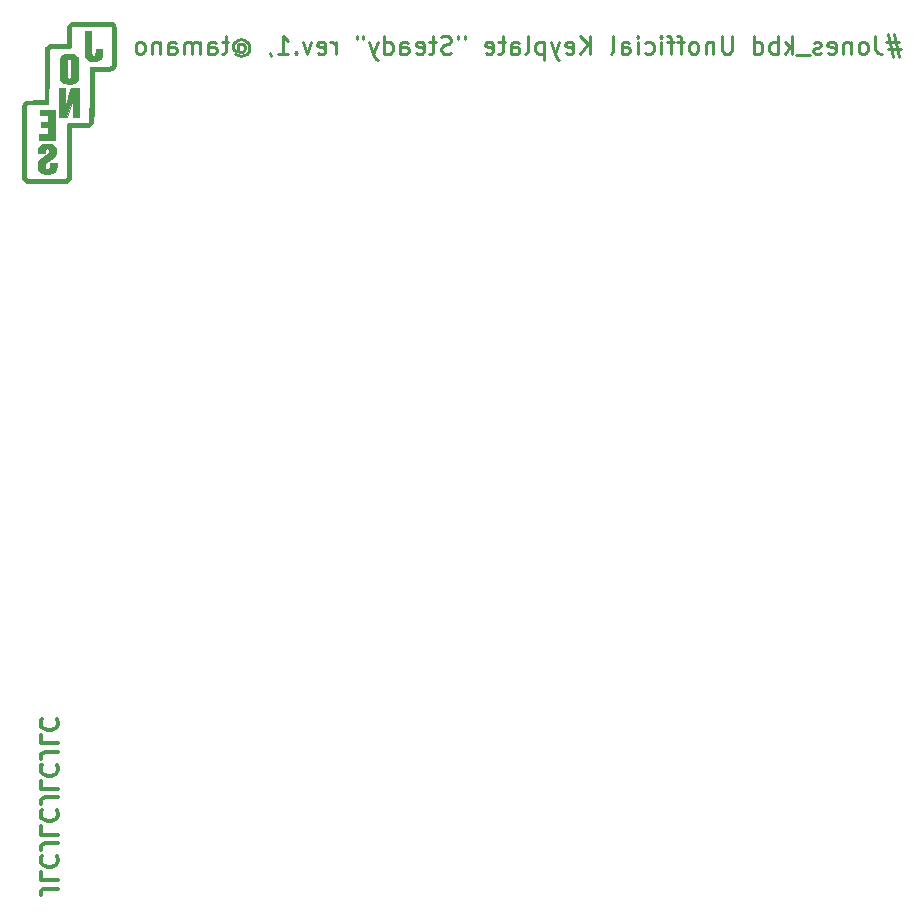
<source format=gbo>
%TF.GenerationSoftware,KiCad,Pcbnew,(6.0.2-0)*%
%TF.CreationDate,2022-08-05T01:04:22+09:00*%
%TF.ProjectId,keyplate,6b657970-6c61-4746-952e-6b696361645f,rev?*%
%TF.SameCoordinates,Original*%
%TF.FileFunction,Legend,Bot*%
%TF.FilePolarity,Positive*%
%FSLAX46Y46*%
G04 Gerber Fmt 4.6, Leading zero omitted, Abs format (unit mm)*
G04 Created by KiCad (PCBNEW (6.0.2-0)) date 2022-08-05 01:04:22*
%MOMM*%
%LPD*%
G01*
G04 APERTURE LIST*
%ADD10C,0.300000*%
%ADD11C,0.250000*%
%ADD12C,0.010000*%
G04 APERTURE END LIST*
D10*
X19806428Y-106928571D02*
X18735000Y-106928571D01*
X18520714Y-107000000D01*
X18377857Y-107142857D01*
X18306428Y-107357142D01*
X18306428Y-107500000D01*
X18306428Y-105500000D02*
X18306428Y-106214285D01*
X19806428Y-106214285D01*
X18449285Y-104142857D02*
X18377857Y-104214285D01*
X18306428Y-104428571D01*
X18306428Y-104571428D01*
X18377857Y-104785714D01*
X18520714Y-104928571D01*
X18663571Y-105000000D01*
X18949285Y-105071428D01*
X19163571Y-105071428D01*
X19449285Y-105000000D01*
X19592142Y-104928571D01*
X19735000Y-104785714D01*
X19806428Y-104571428D01*
X19806428Y-104428571D01*
X19735000Y-104214285D01*
X19663571Y-104142857D01*
X19806428Y-103071428D02*
X18735000Y-103071428D01*
X18520714Y-103142857D01*
X18377857Y-103285714D01*
X18306428Y-103500000D01*
X18306428Y-103642857D01*
X18306428Y-101642857D02*
X18306428Y-102357142D01*
X19806428Y-102357142D01*
X18449285Y-100285714D02*
X18377857Y-100357142D01*
X18306428Y-100571428D01*
X18306428Y-100714285D01*
X18377857Y-100928571D01*
X18520714Y-101071428D01*
X18663571Y-101142857D01*
X18949285Y-101214285D01*
X19163571Y-101214285D01*
X19449285Y-101142857D01*
X19592142Y-101071428D01*
X19735000Y-100928571D01*
X19806428Y-100714285D01*
X19806428Y-100571428D01*
X19735000Y-100357142D01*
X19663571Y-100285714D01*
X19806428Y-99214285D02*
X18735000Y-99214285D01*
X18520714Y-99285714D01*
X18377857Y-99428571D01*
X18306428Y-99642857D01*
X18306428Y-99785714D01*
X18306428Y-97785714D02*
X18306428Y-98500000D01*
X19806428Y-98500000D01*
X18449285Y-96428571D02*
X18377857Y-96500000D01*
X18306428Y-96714285D01*
X18306428Y-96857142D01*
X18377857Y-97071428D01*
X18520714Y-97214285D01*
X18663571Y-97285714D01*
X18949285Y-97357142D01*
X19163571Y-97357142D01*
X19449285Y-97285714D01*
X19592142Y-97214285D01*
X19735000Y-97071428D01*
X19806428Y-96857142D01*
X19806428Y-96714285D01*
X19735000Y-96500000D01*
X19663571Y-96428571D01*
X19806428Y-95357142D02*
X18735000Y-95357142D01*
X18520714Y-95428571D01*
X18377857Y-95571428D01*
X18306428Y-95785714D01*
X18306428Y-95928571D01*
X18306428Y-93928571D02*
X18306428Y-94642857D01*
X19806428Y-94642857D01*
X18449285Y-92571428D02*
X18377857Y-92642857D01*
X18306428Y-92857142D01*
X18306428Y-93000000D01*
X18377857Y-93214285D01*
X18520714Y-93357142D01*
X18663571Y-93428571D01*
X18949285Y-93500000D01*
X19163571Y-93500000D01*
X19449285Y-93428571D01*
X19592142Y-93357142D01*
X19735000Y-93214285D01*
X19806428Y-93000000D01*
X19806428Y-92857142D01*
X19735000Y-92642857D01*
X19663571Y-92571428D01*
D11*
X90991785Y-35238571D02*
X89920357Y-35238571D01*
X90563214Y-34595714D02*
X90991785Y-36524285D01*
X90063214Y-35881428D02*
X91134642Y-35881428D01*
X90491785Y-36524285D02*
X90063214Y-34595714D01*
X88991785Y-34738571D02*
X88991785Y-35810000D01*
X89063214Y-36024285D01*
X89206071Y-36167142D01*
X89420357Y-36238571D01*
X89563214Y-36238571D01*
X88063214Y-36238571D02*
X88206071Y-36167142D01*
X88277500Y-36095714D01*
X88348928Y-35952857D01*
X88348928Y-35524285D01*
X88277500Y-35381428D01*
X88206071Y-35310000D01*
X88063214Y-35238571D01*
X87848928Y-35238571D01*
X87706071Y-35310000D01*
X87634642Y-35381428D01*
X87563214Y-35524285D01*
X87563214Y-35952857D01*
X87634642Y-36095714D01*
X87706071Y-36167142D01*
X87848928Y-36238571D01*
X88063214Y-36238571D01*
X86920357Y-35238571D02*
X86920357Y-36238571D01*
X86920357Y-35381428D02*
X86848928Y-35310000D01*
X86706071Y-35238571D01*
X86491785Y-35238571D01*
X86348928Y-35310000D01*
X86277500Y-35452857D01*
X86277500Y-36238571D01*
X84991785Y-36167142D02*
X85134642Y-36238571D01*
X85420357Y-36238571D01*
X85563214Y-36167142D01*
X85634642Y-36024285D01*
X85634642Y-35452857D01*
X85563214Y-35310000D01*
X85420357Y-35238571D01*
X85134642Y-35238571D01*
X84991785Y-35310000D01*
X84920357Y-35452857D01*
X84920357Y-35595714D01*
X85634642Y-35738571D01*
X84348928Y-36167142D02*
X84206071Y-36238571D01*
X83920357Y-36238571D01*
X83777500Y-36167142D01*
X83706071Y-36024285D01*
X83706071Y-35952857D01*
X83777500Y-35810000D01*
X83920357Y-35738571D01*
X84134642Y-35738571D01*
X84277500Y-35667142D01*
X84348928Y-35524285D01*
X84348928Y-35452857D01*
X84277500Y-35310000D01*
X84134642Y-35238571D01*
X83920357Y-35238571D01*
X83777500Y-35310000D01*
X83420357Y-36381428D02*
X82277500Y-36381428D01*
X81920357Y-36238571D02*
X81920357Y-34738571D01*
X81777500Y-35667142D02*
X81348928Y-36238571D01*
X81348928Y-35238571D02*
X81920357Y-35810000D01*
X80706071Y-36238571D02*
X80706071Y-34738571D01*
X80706071Y-35310000D02*
X80563214Y-35238571D01*
X80277500Y-35238571D01*
X80134642Y-35310000D01*
X80063214Y-35381428D01*
X79991785Y-35524285D01*
X79991785Y-35952857D01*
X80063214Y-36095714D01*
X80134642Y-36167142D01*
X80277500Y-36238571D01*
X80563214Y-36238571D01*
X80706071Y-36167142D01*
X78706071Y-36238571D02*
X78706071Y-34738571D01*
X78706071Y-36167142D02*
X78848928Y-36238571D01*
X79134642Y-36238571D01*
X79277500Y-36167142D01*
X79348928Y-36095714D01*
X79420357Y-35952857D01*
X79420357Y-35524285D01*
X79348928Y-35381428D01*
X79277500Y-35310000D01*
X79134642Y-35238571D01*
X78848928Y-35238571D01*
X78706071Y-35310000D01*
X76848928Y-34738571D02*
X76848928Y-35952857D01*
X76777500Y-36095714D01*
X76706071Y-36167142D01*
X76563214Y-36238571D01*
X76277500Y-36238571D01*
X76134642Y-36167142D01*
X76063214Y-36095714D01*
X75991785Y-35952857D01*
X75991785Y-34738571D01*
X75277500Y-35238571D02*
X75277500Y-36238571D01*
X75277500Y-35381428D02*
X75206071Y-35310000D01*
X75063214Y-35238571D01*
X74848928Y-35238571D01*
X74706071Y-35310000D01*
X74634642Y-35452857D01*
X74634642Y-36238571D01*
X73706071Y-36238571D02*
X73848928Y-36167142D01*
X73920357Y-36095714D01*
X73991785Y-35952857D01*
X73991785Y-35524285D01*
X73920357Y-35381428D01*
X73848928Y-35310000D01*
X73706071Y-35238571D01*
X73491785Y-35238571D01*
X73348928Y-35310000D01*
X73277500Y-35381428D01*
X73206071Y-35524285D01*
X73206071Y-35952857D01*
X73277500Y-36095714D01*
X73348928Y-36167142D01*
X73491785Y-36238571D01*
X73706071Y-36238571D01*
X72777500Y-35238571D02*
X72206071Y-35238571D01*
X72563214Y-36238571D02*
X72563214Y-34952857D01*
X72491785Y-34810000D01*
X72348928Y-34738571D01*
X72206071Y-34738571D01*
X71920357Y-35238571D02*
X71348928Y-35238571D01*
X71706071Y-36238571D02*
X71706071Y-34952857D01*
X71634642Y-34810000D01*
X71491785Y-34738571D01*
X71348928Y-34738571D01*
X70848928Y-36238571D02*
X70848928Y-35238571D01*
X70848928Y-34738571D02*
X70920357Y-34810000D01*
X70848928Y-34881428D01*
X70777500Y-34810000D01*
X70848928Y-34738571D01*
X70848928Y-34881428D01*
X69491785Y-36167142D02*
X69634642Y-36238571D01*
X69920357Y-36238571D01*
X70063214Y-36167142D01*
X70134642Y-36095714D01*
X70206071Y-35952857D01*
X70206071Y-35524285D01*
X70134642Y-35381428D01*
X70063214Y-35310000D01*
X69920357Y-35238571D01*
X69634642Y-35238571D01*
X69491785Y-35310000D01*
X68848928Y-36238571D02*
X68848928Y-35238571D01*
X68848928Y-34738571D02*
X68920357Y-34810000D01*
X68848928Y-34881428D01*
X68777500Y-34810000D01*
X68848928Y-34738571D01*
X68848928Y-34881428D01*
X67491785Y-36238571D02*
X67491785Y-35452857D01*
X67563214Y-35310000D01*
X67706071Y-35238571D01*
X67991785Y-35238571D01*
X68134642Y-35310000D01*
X67491785Y-36167142D02*
X67634642Y-36238571D01*
X67991785Y-36238571D01*
X68134642Y-36167142D01*
X68206071Y-36024285D01*
X68206071Y-35881428D01*
X68134642Y-35738571D01*
X67991785Y-35667142D01*
X67634642Y-35667142D01*
X67491785Y-35595714D01*
X66563214Y-36238571D02*
X66706071Y-36167142D01*
X66777499Y-36024285D01*
X66777499Y-34738571D01*
X64848928Y-36238571D02*
X64848928Y-34738571D01*
X63991785Y-36238571D02*
X64634642Y-35381428D01*
X63991785Y-34738571D02*
X64848928Y-35595714D01*
X62777499Y-36167142D02*
X62920357Y-36238571D01*
X63206071Y-36238571D01*
X63348928Y-36167142D01*
X63420357Y-36024285D01*
X63420357Y-35452857D01*
X63348928Y-35310000D01*
X63206071Y-35238571D01*
X62920357Y-35238571D01*
X62777499Y-35310000D01*
X62706071Y-35452857D01*
X62706071Y-35595714D01*
X63420357Y-35738571D01*
X62206071Y-35238571D02*
X61848928Y-36238571D01*
X61491785Y-35238571D02*
X61848928Y-36238571D01*
X61991785Y-36595714D01*
X62063214Y-36667142D01*
X62206071Y-36738571D01*
X60920357Y-35238571D02*
X60920357Y-36738571D01*
X60920357Y-35310000D02*
X60777499Y-35238571D01*
X60491785Y-35238571D01*
X60348928Y-35310000D01*
X60277499Y-35381428D01*
X60206071Y-35524285D01*
X60206071Y-35952857D01*
X60277499Y-36095714D01*
X60348928Y-36167142D01*
X60491785Y-36238571D01*
X60777499Y-36238571D01*
X60920357Y-36167142D01*
X59348928Y-36238571D02*
X59491785Y-36167142D01*
X59563214Y-36024285D01*
X59563214Y-34738571D01*
X58134642Y-36238571D02*
X58134642Y-35452857D01*
X58206071Y-35310000D01*
X58348928Y-35238571D01*
X58634642Y-35238571D01*
X58777499Y-35310000D01*
X58134642Y-36167142D02*
X58277499Y-36238571D01*
X58634642Y-36238571D01*
X58777499Y-36167142D01*
X58848928Y-36024285D01*
X58848928Y-35881428D01*
X58777499Y-35738571D01*
X58634642Y-35667142D01*
X58277499Y-35667142D01*
X58134642Y-35595714D01*
X57634642Y-35238571D02*
X57063214Y-35238571D01*
X57420357Y-34738571D02*
X57420357Y-36024285D01*
X57348928Y-36167142D01*
X57206071Y-36238571D01*
X57063214Y-36238571D01*
X55991785Y-36167142D02*
X56134642Y-36238571D01*
X56420357Y-36238571D01*
X56563214Y-36167142D01*
X56634642Y-36024285D01*
X56634642Y-35452857D01*
X56563214Y-35310000D01*
X56420357Y-35238571D01*
X56134642Y-35238571D01*
X55991785Y-35310000D01*
X55920357Y-35452857D01*
X55920357Y-35595714D01*
X56634642Y-35738571D01*
X54206071Y-34738571D02*
X54206071Y-35024285D01*
X53634642Y-34738571D02*
X53634642Y-35024285D01*
X53063214Y-36167142D02*
X52848928Y-36238571D01*
X52491785Y-36238571D01*
X52348928Y-36167142D01*
X52277499Y-36095714D01*
X52206071Y-35952857D01*
X52206071Y-35810000D01*
X52277499Y-35667142D01*
X52348928Y-35595714D01*
X52491785Y-35524285D01*
X52777499Y-35452857D01*
X52920357Y-35381428D01*
X52991785Y-35310000D01*
X53063214Y-35167142D01*
X53063214Y-35024285D01*
X52991785Y-34881428D01*
X52920357Y-34810000D01*
X52777499Y-34738571D01*
X52420357Y-34738571D01*
X52206071Y-34810000D01*
X51777499Y-35238571D02*
X51206071Y-35238571D01*
X51563214Y-34738571D02*
X51563214Y-36024285D01*
X51491785Y-36167142D01*
X51348928Y-36238571D01*
X51206071Y-36238571D01*
X50134642Y-36167142D02*
X50277499Y-36238571D01*
X50563214Y-36238571D01*
X50706071Y-36167142D01*
X50777499Y-36024285D01*
X50777499Y-35452857D01*
X50706071Y-35310000D01*
X50563214Y-35238571D01*
X50277499Y-35238571D01*
X50134642Y-35310000D01*
X50063214Y-35452857D01*
X50063214Y-35595714D01*
X50777499Y-35738571D01*
X48777499Y-36238571D02*
X48777499Y-35452857D01*
X48848928Y-35310000D01*
X48991785Y-35238571D01*
X49277499Y-35238571D01*
X49420357Y-35310000D01*
X48777499Y-36167142D02*
X48920357Y-36238571D01*
X49277499Y-36238571D01*
X49420357Y-36167142D01*
X49491785Y-36024285D01*
X49491785Y-35881428D01*
X49420357Y-35738571D01*
X49277499Y-35667142D01*
X48920357Y-35667142D01*
X48777499Y-35595714D01*
X47420357Y-36238571D02*
X47420357Y-34738571D01*
X47420357Y-36167142D02*
X47563214Y-36238571D01*
X47848928Y-36238571D01*
X47991785Y-36167142D01*
X48063214Y-36095714D01*
X48134642Y-35952857D01*
X48134642Y-35524285D01*
X48063214Y-35381428D01*
X47991785Y-35310000D01*
X47848928Y-35238571D01*
X47563214Y-35238571D01*
X47420357Y-35310000D01*
X46848928Y-35238571D02*
X46491785Y-36238571D01*
X46134642Y-35238571D02*
X46491785Y-36238571D01*
X46634642Y-36595714D01*
X46706071Y-36667142D01*
X46848928Y-36738571D01*
X45634642Y-34738571D02*
X45634642Y-35024285D01*
X45063214Y-34738571D02*
X45063214Y-35024285D01*
X43277499Y-36238571D02*
X43277499Y-35238571D01*
X43277499Y-35524285D02*
X43206071Y-35381428D01*
X43134642Y-35310000D01*
X42991785Y-35238571D01*
X42848928Y-35238571D01*
X41777499Y-36167142D02*
X41920357Y-36238571D01*
X42206071Y-36238571D01*
X42348928Y-36167142D01*
X42420357Y-36024285D01*
X42420357Y-35452857D01*
X42348928Y-35310000D01*
X42206071Y-35238571D01*
X41920357Y-35238571D01*
X41777499Y-35310000D01*
X41706071Y-35452857D01*
X41706071Y-35595714D01*
X42420357Y-35738571D01*
X41206071Y-35238571D02*
X40848928Y-36238571D01*
X40491785Y-35238571D01*
X39920357Y-36095714D02*
X39848928Y-36167142D01*
X39920357Y-36238571D01*
X39991785Y-36167142D01*
X39920357Y-36095714D01*
X39920357Y-36238571D01*
X38420357Y-36238571D02*
X39277499Y-36238571D01*
X38848928Y-36238571D02*
X38848928Y-34738571D01*
X38991785Y-34952857D01*
X39134642Y-35095714D01*
X39277499Y-35167142D01*
X37706071Y-36167142D02*
X37706071Y-36238571D01*
X37777499Y-36381428D01*
X37848928Y-36452857D01*
X34991785Y-35524285D02*
X35063214Y-35452857D01*
X35206071Y-35381428D01*
X35348928Y-35381428D01*
X35491785Y-35452857D01*
X35563214Y-35524285D01*
X35634642Y-35667142D01*
X35634642Y-35810000D01*
X35563214Y-35952857D01*
X35491785Y-36024285D01*
X35348928Y-36095714D01*
X35206071Y-36095714D01*
X35063214Y-36024285D01*
X34991785Y-35952857D01*
X34991785Y-35381428D02*
X34991785Y-35952857D01*
X34920357Y-36024285D01*
X34848928Y-36024285D01*
X34706071Y-35952857D01*
X34634642Y-35810000D01*
X34634642Y-35452857D01*
X34777499Y-35238571D01*
X34991785Y-35095714D01*
X35277499Y-35024285D01*
X35563214Y-35095714D01*
X35777499Y-35238571D01*
X35920357Y-35452857D01*
X35991785Y-35738571D01*
X35920357Y-36024285D01*
X35777499Y-36238571D01*
X35563214Y-36381428D01*
X35277499Y-36452857D01*
X34991785Y-36381428D01*
X34777499Y-36238571D01*
X34206071Y-35238571D02*
X33634642Y-35238571D01*
X33991785Y-34738571D02*
X33991785Y-36024285D01*
X33920357Y-36167142D01*
X33777499Y-36238571D01*
X33634642Y-36238571D01*
X32491785Y-36238571D02*
X32491785Y-35452857D01*
X32563214Y-35310000D01*
X32706071Y-35238571D01*
X32991785Y-35238571D01*
X33134642Y-35310000D01*
X32491785Y-36167142D02*
X32634642Y-36238571D01*
X32991785Y-36238571D01*
X33134642Y-36167142D01*
X33206071Y-36024285D01*
X33206071Y-35881428D01*
X33134642Y-35738571D01*
X32991785Y-35667142D01*
X32634642Y-35667142D01*
X32491785Y-35595714D01*
X31777499Y-36238571D02*
X31777499Y-35238571D01*
X31777499Y-35381428D02*
X31706071Y-35310000D01*
X31563214Y-35238571D01*
X31348928Y-35238571D01*
X31206071Y-35310000D01*
X31134642Y-35452857D01*
X31134642Y-36238571D01*
X31134642Y-35452857D02*
X31063214Y-35310000D01*
X30920357Y-35238571D01*
X30706071Y-35238571D01*
X30563214Y-35310000D01*
X30491785Y-35452857D01*
X30491785Y-36238571D01*
X29134642Y-36238571D02*
X29134642Y-35452857D01*
X29206071Y-35310000D01*
X29348928Y-35238571D01*
X29634642Y-35238571D01*
X29777499Y-35310000D01*
X29134642Y-36167142D02*
X29277499Y-36238571D01*
X29634642Y-36238571D01*
X29777499Y-36167142D01*
X29848928Y-36024285D01*
X29848928Y-35881428D01*
X29777499Y-35738571D01*
X29634642Y-35667142D01*
X29277499Y-35667142D01*
X29134642Y-35595714D01*
X28420357Y-35238571D02*
X28420357Y-36238571D01*
X28420357Y-35381428D02*
X28348928Y-35310000D01*
X28206071Y-35238571D01*
X27991785Y-35238571D01*
X27848928Y-35310000D01*
X27777499Y-35452857D01*
X27777499Y-36238571D01*
X26848928Y-36238571D02*
X26991785Y-36167142D01*
X27063214Y-36095714D01*
X27134642Y-35952857D01*
X27134642Y-35524285D01*
X27063214Y-35381428D01*
X26991785Y-35310000D01*
X26848928Y-35238571D01*
X26634642Y-35238571D01*
X26491785Y-35310000D01*
X26420357Y-35381428D01*
X26348928Y-35524285D01*
X26348928Y-35952857D01*
X26420357Y-36095714D01*
X26491785Y-36167142D01*
X26634642Y-36238571D01*
X26848928Y-36238571D01*
D12*
%TO.C,G\u002A\u002A\u002A*%
X23105858Y-33527184D02*
X22865082Y-33527521D01*
X22865082Y-33527521D02*
X22597176Y-33528126D01*
X22597176Y-33528126D02*
X22565635Y-33528210D01*
X22565635Y-33528210D02*
X20978135Y-33532478D01*
X20978135Y-33532478D02*
X20885745Y-33576260D01*
X20885745Y-33576260D02*
X20781924Y-33635865D01*
X20781924Y-33635865D02*
X20699475Y-33707656D01*
X20699475Y-33707656D02*
X20638463Y-33787145D01*
X20638463Y-33787145D02*
X20619045Y-33817961D01*
X20619045Y-33817961D02*
X20602617Y-33846522D01*
X20602617Y-33846522D02*
X20588928Y-33875398D01*
X20588928Y-33875398D02*
X20577729Y-33907161D01*
X20577729Y-33907161D02*
X20568770Y-33944380D01*
X20568770Y-33944380D02*
X20561801Y-33989626D01*
X20561801Y-33989626D02*
X20556572Y-34045470D01*
X20556572Y-34045470D02*
X20552833Y-34114483D01*
X20552833Y-34114483D02*
X20550335Y-34199235D01*
X20550335Y-34199235D02*
X20548827Y-34302297D01*
X20548827Y-34302297D02*
X20548059Y-34426240D01*
X20548059Y-34426240D02*
X20547783Y-34573634D01*
X20547783Y-34573634D02*
X20547747Y-34720372D01*
X20547747Y-34720372D02*
X20547747Y-35430422D01*
X20547747Y-35430422D02*
X19852211Y-35430422D01*
X19852211Y-35430422D02*
X19687255Y-35430556D01*
X19687255Y-35430556D02*
X19548066Y-35431000D01*
X19548066Y-35431000D02*
X19432190Y-35431822D01*
X19432190Y-35431822D02*
X19337174Y-35433089D01*
X19337174Y-35433089D02*
X19260563Y-35434867D01*
X19260563Y-35434867D02*
X19199904Y-35437223D01*
X19199904Y-35437223D02*
X19152742Y-35440223D01*
X19152742Y-35440223D02*
X19116625Y-35443934D01*
X19116625Y-35443934D02*
X19089097Y-35448424D01*
X19089097Y-35448424D02*
X19075670Y-35451522D01*
X19075670Y-35451522D02*
X18956487Y-35493666D01*
X18956487Y-35493666D02*
X18857526Y-35553722D01*
X18857526Y-35553722D02*
X18775483Y-35634013D01*
X18775483Y-35634013D02*
X18733463Y-35692145D01*
X18733463Y-35692145D02*
X18721509Y-35710214D01*
X18721509Y-35710214D02*
X18710650Y-35726216D01*
X18710650Y-35726216D02*
X18700834Y-35741517D01*
X18700834Y-35741517D02*
X18692008Y-35757483D01*
X18692008Y-35757483D02*
X18684119Y-35775481D01*
X18684119Y-35775481D02*
X18677116Y-35796876D01*
X18677116Y-35796876D02*
X18670946Y-35823033D01*
X18670946Y-35823033D02*
X18665556Y-35855320D01*
X18665556Y-35855320D02*
X18660894Y-35895101D01*
X18660894Y-35895101D02*
X18656908Y-35943743D01*
X18656908Y-35943743D02*
X18653546Y-36002611D01*
X18653546Y-36002611D02*
X18650754Y-36073072D01*
X18650754Y-36073072D02*
X18648481Y-36156491D01*
X18648481Y-36156491D02*
X18646674Y-36254234D01*
X18646674Y-36254234D02*
X18645281Y-36367667D01*
X18645281Y-36367667D02*
X18644250Y-36498156D01*
X18644250Y-36498156D02*
X18643527Y-36647067D01*
X18643527Y-36647067D02*
X18643061Y-36815765D01*
X18643061Y-36815765D02*
X18642799Y-37005617D01*
X18642799Y-37005617D02*
X18642689Y-37217988D01*
X18642689Y-37217988D02*
X18642678Y-37454245D01*
X18642678Y-37454245D02*
X18642715Y-37715753D01*
X18642715Y-37715753D02*
X18642746Y-38003878D01*
X18642746Y-38003878D02*
X18642747Y-38057171D01*
X18642747Y-38057171D02*
X18642747Y-40199019D01*
X18642747Y-40199019D02*
X17905441Y-40203026D01*
X17905441Y-40203026D02*
X17742438Y-40203931D01*
X17742438Y-40203931D02*
X17605152Y-40204798D01*
X17605152Y-40204798D02*
X17491079Y-40205741D01*
X17491079Y-40205741D02*
X17397713Y-40206873D01*
X17397713Y-40206873D02*
X17322550Y-40208307D01*
X17322550Y-40208307D02*
X17263085Y-40210156D01*
X17263085Y-40210156D02*
X17216813Y-40212533D01*
X17216813Y-40212533D02*
X17181229Y-40215552D01*
X17181229Y-40215552D02*
X17153830Y-40219324D01*
X17153830Y-40219324D02*
X17132109Y-40223964D01*
X17132109Y-40223964D02*
X17113562Y-40229584D01*
X17113562Y-40229584D02*
X17095685Y-40236297D01*
X17095685Y-40236297D02*
X17086509Y-40239980D01*
X17086509Y-40239980D02*
X16998169Y-40288286D01*
X16998169Y-40288286D02*
X16913826Y-40357572D01*
X16913826Y-40357572D02*
X16840857Y-40440799D01*
X16840857Y-40440799D02*
X16790913Y-40521996D01*
X16790913Y-40521996D02*
X16744802Y-40615658D01*
X16744802Y-40615658D02*
X16741147Y-43670492D01*
X16741147Y-43670492D02*
X16740745Y-44018903D01*
X16740745Y-44018903D02*
X16740408Y-44340209D01*
X16740408Y-44340209D02*
X16740144Y-44635526D01*
X16740144Y-44635526D02*
X16739959Y-44905972D01*
X16739959Y-44905972D02*
X16739860Y-45152662D01*
X16739860Y-45152662D02*
X16739854Y-45376713D01*
X16739854Y-45376713D02*
X16739947Y-45579243D01*
X16739947Y-45579243D02*
X16740146Y-45761369D01*
X16740146Y-45761369D02*
X16740458Y-45924206D01*
X16740458Y-45924206D02*
X16740890Y-46068871D01*
X16740890Y-46068871D02*
X16741447Y-46196482D01*
X16741447Y-46196482D02*
X16742137Y-46308156D01*
X16742137Y-46308156D02*
X16742967Y-46405008D01*
X16742967Y-46405008D02*
X16743942Y-46488155D01*
X16743942Y-46488155D02*
X16745071Y-46558715D01*
X16745071Y-46558715D02*
X16746358Y-46617805D01*
X16746358Y-46617805D02*
X16747812Y-46666540D01*
X16747812Y-46666540D02*
X16749439Y-46706037D01*
X16749439Y-46706037D02*
X16751245Y-46737414D01*
X16751245Y-46737414D02*
X16753238Y-46761788D01*
X16753238Y-46761788D02*
X16755423Y-46780274D01*
X16755423Y-46780274D02*
X16757807Y-46793990D01*
X16757807Y-46793990D02*
X16759870Y-46802302D01*
X16759870Y-46802302D02*
X16806631Y-46914000D01*
X16806631Y-46914000D02*
X16876851Y-47013653D01*
X16876851Y-47013653D02*
X16966980Y-47097400D01*
X16966980Y-47097400D02*
X17073467Y-47161379D01*
X17073467Y-47161379D02*
X17101078Y-47173370D01*
X17101078Y-47173370D02*
X17182247Y-47206145D01*
X17182247Y-47206145D02*
X18769747Y-47208695D01*
X18769747Y-47208695D02*
X19032677Y-47209042D01*
X19032677Y-47209042D02*
X19268616Y-47209184D01*
X19268616Y-47209184D02*
X19478795Y-47209111D01*
X19478795Y-47209111D02*
X19664443Y-47208812D01*
X19664443Y-47208812D02*
X19826791Y-47208276D01*
X19826791Y-47208276D02*
X19967069Y-47207494D01*
X19967069Y-47207494D02*
X20086508Y-47206452D01*
X20086508Y-47206452D02*
X20186339Y-47205142D01*
X20186339Y-47205142D02*
X20267790Y-47203553D01*
X20267790Y-47203553D02*
X20332094Y-47201672D01*
X20332094Y-47201672D02*
X20380480Y-47199490D01*
X20380480Y-47199490D02*
X20414179Y-47196996D01*
X20414179Y-47196996D02*
X20434420Y-47194179D01*
X20434420Y-47194179D02*
X20434858Y-47194084D01*
X20434858Y-47194084D02*
X20552775Y-47154407D01*
X20552775Y-47154407D02*
X20657251Y-47092090D01*
X20657251Y-47092090D02*
X20745288Y-47010182D01*
X20745288Y-47010182D02*
X20813889Y-46911733D01*
X20813889Y-46911733D02*
X20860058Y-46799794D01*
X20860058Y-46799794D02*
X20872105Y-46749135D01*
X20872105Y-46749135D02*
X20874266Y-46723170D01*
X20874266Y-46723170D02*
X20876258Y-46669375D01*
X20876258Y-46669375D02*
X20878081Y-46588140D01*
X20878081Y-46588140D02*
X20879731Y-46479858D01*
X20879731Y-46479858D02*
X20881205Y-46344919D01*
X20881205Y-46344919D02*
X20882501Y-46183714D01*
X20882501Y-46183714D02*
X20883617Y-45996635D01*
X20883617Y-45996635D02*
X20884550Y-45784074D01*
X20884550Y-45784074D02*
X20885297Y-45546421D01*
X20885297Y-45546421D02*
X20885855Y-45284067D01*
X20885855Y-45284067D02*
X20886223Y-44997404D01*
X20886223Y-44997404D02*
X20886398Y-44686824D01*
X20886398Y-44686824D02*
X20886413Y-44558385D01*
X20886413Y-44558385D02*
X20886413Y-42443645D01*
X20886413Y-42443645D02*
X21588441Y-42443477D01*
X21588441Y-42443477D02*
X21759312Y-42443259D01*
X21759312Y-42443259D02*
X21904084Y-42442659D01*
X21904084Y-42442659D02*
X22024876Y-42441625D01*
X22024876Y-42441625D02*
X22123810Y-42440104D01*
X22123810Y-42440104D02*
X22203006Y-42438044D01*
X22203006Y-42438044D02*
X22264584Y-42435392D01*
X22264584Y-42435392D02*
X22310665Y-42432098D01*
X22310665Y-42432098D02*
X22343371Y-42428108D01*
X22343371Y-42428108D02*
X22361024Y-42424463D01*
X22361024Y-42424463D02*
X22479469Y-42379176D01*
X22479469Y-42379176D02*
X22582482Y-42312049D01*
X22582482Y-42312049D02*
X22667465Y-42225773D01*
X22667465Y-42225773D02*
X22731822Y-42123038D01*
X22731822Y-42123038D02*
X22772957Y-42006534D01*
X22772957Y-42006534D02*
X22775547Y-41994922D01*
X22775547Y-41994922D02*
X22777912Y-41974091D01*
X22777912Y-41974091D02*
X22780066Y-41934408D01*
X22780066Y-41934408D02*
X22782014Y-41875139D01*
X22782014Y-41875139D02*
X22783763Y-41795550D01*
X22783763Y-41795550D02*
X22785316Y-41694907D01*
X22785316Y-41694907D02*
X22786681Y-41572478D01*
X22786681Y-41572478D02*
X22787861Y-41427527D01*
X22787861Y-41427527D02*
X22788862Y-41259323D01*
X22788862Y-41259323D02*
X22789690Y-41067130D01*
X22789690Y-41067130D02*
X22790349Y-40850216D01*
X22790349Y-40850216D02*
X22790845Y-40607847D01*
X22790845Y-40607847D02*
X22791184Y-40339289D01*
X22791184Y-40339289D02*
X22791370Y-40043808D01*
X22791370Y-40043808D02*
X22791413Y-39797117D01*
X22791413Y-39797117D02*
X22791413Y-37674089D01*
X22791413Y-37674089D02*
X23507552Y-37673936D01*
X23507552Y-37673936D02*
X23676282Y-37673843D01*
X23676282Y-37673843D02*
X23819344Y-37673499D01*
X23819344Y-37673499D02*
X23939293Y-37672690D01*
X23939293Y-37672690D02*
X24038682Y-37671202D01*
X24038682Y-37671202D02*
X24120065Y-37668822D01*
X24120065Y-37668822D02*
X24185998Y-37665336D01*
X24185998Y-37665336D02*
X24239033Y-37660530D01*
X24239033Y-37660530D02*
X24281726Y-37654190D01*
X24281726Y-37654190D02*
X24316631Y-37646103D01*
X24316631Y-37646103D02*
X24346301Y-37636055D01*
X24346301Y-37636055D02*
X24373292Y-37623832D01*
X24373292Y-37623832D02*
X24400157Y-37609221D01*
X24400157Y-37609221D02*
X24420055Y-37597576D01*
X24420055Y-37597576D02*
X24508609Y-37530070D01*
X24508609Y-37530070D02*
X24584996Y-37442347D01*
X24584996Y-37442347D02*
X24644163Y-37341501D01*
X24644163Y-37341501D02*
X24681058Y-37234624D01*
X24681058Y-37234624D02*
X24682156Y-37229589D01*
X24682156Y-37229589D02*
X24684800Y-37203867D01*
X24684800Y-37203867D02*
X24687108Y-37153016D01*
X24687108Y-37153016D02*
X24689083Y-37076721D01*
X24689083Y-37076721D02*
X24690727Y-36974671D01*
X24690727Y-36974671D02*
X24692041Y-36846550D01*
X24692041Y-36846550D02*
X24693028Y-36692044D01*
X24693028Y-36692044D02*
X24693533Y-36553784D01*
X24693533Y-36553784D02*
X24356017Y-36553784D01*
X24356017Y-36553784D02*
X24355853Y-36681114D01*
X24355853Y-36681114D02*
X24355470Y-36789826D01*
X24355470Y-36789826D02*
X24354844Y-36881522D01*
X24354844Y-36881522D02*
X24353951Y-36957801D01*
X24353951Y-36957801D02*
X24352766Y-37020266D01*
X24352766Y-37020266D02*
X24351265Y-37070516D01*
X24351265Y-37070516D02*
X24349425Y-37110153D01*
X24349425Y-37110153D02*
X24347220Y-37140776D01*
X24347220Y-37140776D02*
X24344627Y-37163988D01*
X24344627Y-37163988D02*
X24341621Y-37181388D01*
X24341621Y-37181388D02*
X24338179Y-37194578D01*
X24338179Y-37194578D02*
X24334275Y-37205158D01*
X24334275Y-37205158D02*
X24329887Y-37214729D01*
X24329887Y-37214729D02*
X24329705Y-37215105D01*
X24329705Y-37215105D02*
X24286619Y-37274492D01*
X24286619Y-37274492D02*
X24246463Y-37304602D01*
X24246463Y-37304602D02*
X24234304Y-37311193D01*
X24234304Y-37311193D02*
X24221634Y-37316770D01*
X24221634Y-37316770D02*
X24206125Y-37321418D01*
X24206125Y-37321418D02*
X24185452Y-37325221D01*
X24185452Y-37325221D02*
X24157288Y-37328265D01*
X24157288Y-37328265D02*
X24119308Y-37330634D01*
X24119308Y-37330634D02*
X24069184Y-37332412D01*
X24069184Y-37332412D02*
X24004592Y-37333685D01*
X24004592Y-37333685D02*
X23923204Y-37334536D01*
X23923204Y-37334536D02*
X23822695Y-37335051D01*
X23822695Y-37335051D02*
X23700739Y-37335314D01*
X23700739Y-37335314D02*
X23555008Y-37335409D01*
X23555008Y-37335409D02*
X23399344Y-37335422D01*
X23399344Y-37335422D02*
X23223498Y-37335455D01*
X23223498Y-37335455D02*
X23073618Y-37335667D01*
X23073618Y-37335667D02*
X22947447Y-37336233D01*
X22947447Y-37336233D02*
X22842730Y-37337325D01*
X22842730Y-37337325D02*
X22757210Y-37339119D01*
X22757210Y-37339119D02*
X22688631Y-37341786D01*
X22688631Y-37341786D02*
X22634737Y-37345501D01*
X22634737Y-37345501D02*
X22593271Y-37350438D01*
X22593271Y-37350438D02*
X22561978Y-37356769D01*
X22561978Y-37356769D02*
X22538601Y-37364668D01*
X22538601Y-37364668D02*
X22520883Y-37374309D01*
X22520883Y-37374309D02*
X22506569Y-37385865D01*
X22506569Y-37385865D02*
X22493402Y-37399510D01*
X22493402Y-37399510D02*
X22488024Y-37405510D01*
X22488024Y-37405510D02*
X22484335Y-37410019D01*
X22484335Y-37410019D02*
X22480978Y-37415758D01*
X22480978Y-37415758D02*
X22477931Y-37424032D01*
X22477931Y-37424032D02*
X22475175Y-37436145D01*
X22475175Y-37436145D02*
X22472690Y-37453402D01*
X22472690Y-37453402D02*
X22470455Y-37477108D01*
X22470455Y-37477108D02*
X22468452Y-37508568D01*
X22468452Y-37508568D02*
X22466659Y-37549088D01*
X22466659Y-37549088D02*
X22465057Y-37599971D01*
X22465057Y-37599971D02*
X22463625Y-37662523D01*
X22463625Y-37662523D02*
X22462343Y-37738049D01*
X22462343Y-37738049D02*
X22461192Y-37827853D01*
X22461192Y-37827853D02*
X22460152Y-37933241D01*
X22460152Y-37933241D02*
X22459201Y-38055518D01*
X22459201Y-38055518D02*
X22458321Y-38195988D01*
X22458321Y-38195988D02*
X22457491Y-38355957D01*
X22457491Y-38355957D02*
X22456691Y-38536728D01*
X22456691Y-38536728D02*
X22455901Y-38739608D01*
X22455901Y-38739608D02*
X22455100Y-38965901D01*
X22455100Y-38965901D02*
X22454270Y-39216913D01*
X22454270Y-39216913D02*
X22453389Y-39493947D01*
X22453389Y-39493947D02*
X22452747Y-39699481D01*
X22452747Y-39699481D02*
X22451822Y-39995064D01*
X22451822Y-39995064D02*
X22450963Y-40263733D01*
X22450963Y-40263733D02*
X22450151Y-40506799D01*
X22450151Y-40506799D02*
X22449364Y-40725570D01*
X22449364Y-40725570D02*
X22448583Y-40921356D01*
X22448583Y-40921356D02*
X22447786Y-41095464D01*
X22447786Y-41095464D02*
X22446952Y-41249206D01*
X22446952Y-41249206D02*
X22446062Y-41383888D01*
X22446062Y-41383888D02*
X22445095Y-41500821D01*
X22445095Y-41500821D02*
X22444029Y-41601314D01*
X22444029Y-41601314D02*
X22442846Y-41686676D01*
X22442846Y-41686676D02*
X22441523Y-41758216D01*
X22441523Y-41758216D02*
X22440041Y-41817242D01*
X22440041Y-41817242D02*
X22438379Y-41865065D01*
X22438379Y-41865065D02*
X22436516Y-41902992D01*
X22436516Y-41902992D02*
X22434432Y-41932334D01*
X22434432Y-41932334D02*
X22432106Y-41954400D01*
X22432106Y-41954400D02*
X22429518Y-41970497D01*
X22429518Y-41970497D02*
X22426647Y-41981936D01*
X22426647Y-41981936D02*
X22423472Y-41990026D01*
X22423472Y-41990026D02*
X22419974Y-41996075D01*
X22419974Y-41996075D02*
X22416597Y-42000769D01*
X22416597Y-42000769D02*
X22382992Y-42038443D01*
X22382992Y-42038443D02*
X22348551Y-42068828D01*
X22348551Y-42068828D02*
X22339707Y-42074919D01*
X22339707Y-42074919D02*
X22329275Y-42080120D01*
X22329275Y-42080120D02*
X22315032Y-42084524D01*
X22315032Y-42084524D02*
X22294756Y-42088223D01*
X22294756Y-42088223D02*
X22266225Y-42091309D01*
X22266225Y-42091309D02*
X22227217Y-42093875D01*
X22227217Y-42093875D02*
X22175510Y-42096013D01*
X22175510Y-42096013D02*
X22108880Y-42097814D01*
X22108880Y-42097814D02*
X22025107Y-42099371D01*
X22025107Y-42099371D02*
X21921968Y-42100776D01*
X21921968Y-42100776D02*
X21797240Y-42102122D01*
X21797240Y-42102122D02*
X21648702Y-42103499D01*
X21648702Y-42103499D02*
X21476967Y-42104978D01*
X21476967Y-42104978D02*
X20644334Y-42112034D01*
X20644334Y-42112034D02*
X20596040Y-42164743D01*
X20596040Y-42164743D02*
X20547747Y-42217452D01*
X20547747Y-42217452D02*
X20547437Y-44450743D01*
X20547437Y-44450743D02*
X20547388Y-44744642D01*
X20547388Y-44744642D02*
X20547315Y-45011648D01*
X20547315Y-45011648D02*
X20547203Y-45253089D01*
X20547203Y-45253089D02*
X20547037Y-45470295D01*
X20547037Y-45470295D02*
X20546800Y-45664593D01*
X20546800Y-45664593D02*
X20546477Y-45837314D01*
X20546477Y-45837314D02*
X20546052Y-45989785D01*
X20546052Y-45989785D02*
X20545510Y-46123337D01*
X20545510Y-46123337D02*
X20544834Y-46239296D01*
X20544834Y-46239296D02*
X20544010Y-46338993D01*
X20544010Y-46338993D02*
X20543021Y-46423756D01*
X20543021Y-46423756D02*
X20541852Y-46494915D01*
X20541852Y-46494915D02*
X20540487Y-46553797D01*
X20540487Y-46553797D02*
X20538911Y-46601731D01*
X20538911Y-46601731D02*
X20537108Y-46640048D01*
X20537108Y-46640048D02*
X20535061Y-46670075D01*
X20535061Y-46670075D02*
X20532756Y-46693141D01*
X20532756Y-46693141D02*
X20530177Y-46710575D01*
X20530177Y-46710575D02*
X20527308Y-46723706D01*
X20527308Y-46723706D02*
X20524133Y-46733862D01*
X20524133Y-46733862D02*
X20520638Y-46742374D01*
X20520638Y-46742374D02*
X20520397Y-46742906D01*
X20520397Y-46742906D02*
X20479360Y-46804768D01*
X20479360Y-46804768D02*
X20420833Y-46845401D01*
X20420833Y-46845401D02*
X20374532Y-46860955D01*
X20374532Y-46860955D02*
X20354538Y-46862400D01*
X20354538Y-46862400D02*
X20308198Y-46863749D01*
X20308198Y-46863749D02*
X20237391Y-46864992D01*
X20237391Y-46864992D02*
X20143992Y-46866119D01*
X20143992Y-46866119D02*
X20029878Y-46867120D01*
X20029878Y-46867120D02*
X19896928Y-46867984D01*
X19896928Y-46867984D02*
X19747017Y-46868700D01*
X19747017Y-46868700D02*
X19582023Y-46869260D01*
X19582023Y-46869260D02*
X19403822Y-46869652D01*
X19403822Y-46869652D02*
X19214292Y-46869866D01*
X19214292Y-46869866D02*
X19015309Y-46869891D01*
X19015309Y-46869891D02*
X18808750Y-46869718D01*
X18808750Y-46869718D02*
X18783858Y-46869684D01*
X18783858Y-46869684D02*
X18541895Y-46869331D01*
X18541895Y-46869331D02*
X18326548Y-46868983D01*
X18326548Y-46868983D02*
X18136208Y-46868607D01*
X18136208Y-46868607D02*
X17969268Y-46868172D01*
X17969268Y-46868172D02*
X17824121Y-46867646D01*
X17824121Y-46867646D02*
X17699160Y-46866999D01*
X17699160Y-46866999D02*
X17592776Y-46866199D01*
X17592776Y-46866199D02*
X17503364Y-46865214D01*
X17503364Y-46865214D02*
X17429314Y-46864013D01*
X17429314Y-46864013D02*
X17369021Y-46862565D01*
X17369021Y-46862565D02*
X17320876Y-46860837D01*
X17320876Y-46860837D02*
X17283273Y-46858800D01*
X17283273Y-46858800D02*
X17254604Y-46856420D01*
X17254604Y-46856420D02*
X17233262Y-46853667D01*
X17233262Y-46853667D02*
X17217638Y-46850509D01*
X17217638Y-46850509D02*
X17206127Y-46846915D01*
X17206127Y-46846915D02*
X17197121Y-46842854D01*
X17197121Y-46842854D02*
X17189350Y-46838493D01*
X17189350Y-46838493D02*
X17147294Y-46806146D01*
X17147294Y-46806146D02*
X17110865Y-46766124D01*
X17110865Y-46766124D02*
X17108211Y-46762323D01*
X17108211Y-46762323D02*
X17076413Y-46715138D01*
X17076413Y-46715138D02*
X17076413Y-43707810D01*
X17076413Y-43707810D02*
X17076420Y-43364578D01*
X17076420Y-43364578D02*
X17076445Y-43048435D01*
X17076445Y-43048435D02*
X17076499Y-42758248D01*
X17076499Y-42758248D02*
X17076591Y-42492884D01*
X17076591Y-42492884D02*
X17076732Y-42251210D01*
X17076732Y-42251210D02*
X17076930Y-42032093D01*
X17076930Y-42032093D02*
X17077196Y-41834400D01*
X17077196Y-41834400D02*
X17077539Y-41656997D01*
X17077539Y-41656997D02*
X17077969Y-41498753D01*
X17077969Y-41498753D02*
X17078495Y-41358533D01*
X17078495Y-41358533D02*
X17079128Y-41235204D01*
X17079128Y-41235204D02*
X17079877Y-41127634D01*
X17079877Y-41127634D02*
X17080752Y-41034690D01*
X17080752Y-41034690D02*
X17081762Y-40955238D01*
X17081762Y-40955238D02*
X17082917Y-40888146D01*
X17082917Y-40888146D02*
X17084227Y-40832279D01*
X17084227Y-40832279D02*
X17085701Y-40786506D01*
X17085701Y-40786506D02*
X17087349Y-40749694D01*
X17087349Y-40749694D02*
X17089182Y-40720708D01*
X17089182Y-40720708D02*
X17091208Y-40698416D01*
X17091208Y-40698416D02*
X17093437Y-40681686D01*
X17093437Y-40681686D02*
X17095880Y-40669383D01*
X17095880Y-40669383D02*
X17098545Y-40660375D01*
X17098545Y-40660375D02*
X17101442Y-40653529D01*
X17101442Y-40653529D02*
X17102577Y-40651313D01*
X17102577Y-40651313D02*
X17132243Y-40612387D01*
X17132243Y-40612387D02*
X17173143Y-40577273D01*
X17173143Y-40577273D02*
X17183716Y-40570627D01*
X17183716Y-40570627D02*
X17238691Y-40539109D01*
X17238691Y-40539109D02*
X18043024Y-40538824D01*
X18043024Y-40538824D02*
X18214221Y-40538730D01*
X18214221Y-40538730D02*
X18359475Y-40538528D01*
X18359475Y-40538528D02*
X18481069Y-40538144D01*
X18481069Y-40538144D02*
X18581283Y-40537504D01*
X18581283Y-40537504D02*
X18662398Y-40536533D01*
X18662398Y-40536533D02*
X18726694Y-40535157D01*
X18726694Y-40535157D02*
X18776453Y-40533302D01*
X18776453Y-40533302D02*
X18813955Y-40530893D01*
X18813955Y-40530893D02*
X18841480Y-40527856D01*
X18841480Y-40527856D02*
X18861310Y-40524117D01*
X18861310Y-40524117D02*
X18875725Y-40519600D01*
X18875725Y-40519600D02*
X18887007Y-40514232D01*
X18887007Y-40514232D02*
X18892318Y-40511125D01*
X18892318Y-40511125D02*
X18928057Y-40483582D01*
X18928057Y-40483582D02*
X18954437Y-40453506D01*
X18954437Y-40453506D02*
X18955818Y-40451205D01*
X18955818Y-40451205D02*
X18958337Y-40442277D01*
X18958337Y-40442277D02*
X18960663Y-40423908D01*
X18960663Y-40423908D02*
X18962809Y-40394937D01*
X18962809Y-40394937D02*
X18964788Y-40354206D01*
X18964788Y-40354206D02*
X18966613Y-40300553D01*
X18966613Y-40300553D02*
X18968297Y-40232820D01*
X18968297Y-40232820D02*
X18969853Y-40149847D01*
X18969853Y-40149847D02*
X18971293Y-40050474D01*
X18971293Y-40050474D02*
X18972632Y-39933541D01*
X18972632Y-39933541D02*
X18973881Y-39797889D01*
X18973881Y-39797889D02*
X18975054Y-39642358D01*
X18975054Y-39642358D02*
X18976164Y-39465788D01*
X18976164Y-39465788D02*
X18977223Y-39267019D01*
X18977223Y-39267019D02*
X18978246Y-39044893D01*
X18978246Y-39044893D02*
X18979244Y-38798248D01*
X18979244Y-38798248D02*
X18980231Y-38525926D01*
X18980231Y-38525926D02*
X18981220Y-38226766D01*
X18981220Y-38226766D02*
X18981413Y-38165482D01*
X18981413Y-38165482D02*
X18982340Y-37870522D01*
X18982340Y-37870522D02*
X18983200Y-37602472D01*
X18983200Y-37602472D02*
X18984014Y-37360021D01*
X18984014Y-37360021D02*
X18984802Y-37141856D01*
X18984802Y-37141856D02*
X18985585Y-36946666D01*
X18985585Y-36946666D02*
X18986384Y-36773139D01*
X18986384Y-36773139D02*
X18987220Y-36619963D01*
X18987220Y-36619963D02*
X18988113Y-36485827D01*
X18988113Y-36485827D02*
X18989084Y-36369418D01*
X18989084Y-36369418D02*
X18990154Y-36269424D01*
X18990154Y-36269424D02*
X18991343Y-36184535D01*
X18991343Y-36184535D02*
X18992672Y-36113438D01*
X18992672Y-36113438D02*
X18994161Y-36054821D01*
X18994161Y-36054821D02*
X18995832Y-36007372D01*
X18995832Y-36007372D02*
X18997706Y-35969780D01*
X18997706Y-35969780D02*
X18999801Y-35940733D01*
X18999801Y-35940733D02*
X19002141Y-35918919D01*
X19002141Y-35918919D02*
X19004744Y-35903025D01*
X19004744Y-35903025D02*
X19007632Y-35891742D01*
X19007632Y-35891742D02*
X19010826Y-35883755D01*
X19010826Y-35883755D02*
X19014346Y-35877755D01*
X19014346Y-35877755D02*
X19017563Y-35873298D01*
X19017563Y-35873298D02*
X19051168Y-35835624D01*
X19051168Y-35835624D02*
X19085608Y-35805239D01*
X19085608Y-35805239D02*
X19094465Y-35799140D01*
X19094465Y-35799140D02*
X19104914Y-35793932D01*
X19104914Y-35793932D02*
X19119180Y-35789524D01*
X19119180Y-35789524D02*
X19139489Y-35785823D01*
X19139489Y-35785823D02*
X19168068Y-35782735D01*
X19168068Y-35782735D02*
X19207141Y-35780170D01*
X19207141Y-35780170D02*
X19258936Y-35778032D01*
X19258936Y-35778032D02*
X19325678Y-35776232D01*
X19325678Y-35776232D02*
X19409592Y-35774675D01*
X19409592Y-35774675D02*
X19512906Y-35773268D01*
X19512906Y-35773268D02*
X19637845Y-35771921D01*
X19637845Y-35771921D02*
X19786634Y-35770539D01*
X19786634Y-35770539D02*
X19954630Y-35769089D01*
X19954630Y-35769089D02*
X20128563Y-35767583D01*
X20128563Y-35767583D02*
X20276478Y-35766194D01*
X20276478Y-35766194D02*
X20400580Y-35764833D01*
X20400580Y-35764833D02*
X20503073Y-35763409D01*
X20503073Y-35763409D02*
X20586161Y-35761834D01*
X20586161Y-35761834D02*
X20652049Y-35760017D01*
X20652049Y-35760017D02*
X20702940Y-35757867D01*
X20702940Y-35757867D02*
X20741038Y-35755296D01*
X20741038Y-35755296D02*
X20768549Y-35752214D01*
X20768549Y-35752214D02*
X20787676Y-35748529D01*
X20787676Y-35748529D02*
X20800623Y-35744154D01*
X20800623Y-35744154D02*
X20809594Y-35738997D01*
X20809594Y-35738997D02*
X20815698Y-35733969D01*
X20815698Y-35733969D02*
X20828835Y-35721874D01*
X20828835Y-35721874D02*
X20840037Y-35709743D01*
X20840037Y-35709743D02*
X20849477Y-35695334D01*
X20849477Y-35695334D02*
X20857331Y-35676408D01*
X20857331Y-35676408D02*
X20863774Y-35650722D01*
X20863774Y-35650722D02*
X20868981Y-35616038D01*
X20868981Y-35616038D02*
X20873126Y-35570112D01*
X20873126Y-35570112D02*
X20876386Y-35510706D01*
X20876386Y-35510706D02*
X20878934Y-35435578D01*
X20878934Y-35435578D02*
X20880945Y-35342487D01*
X20880945Y-35342487D02*
X20882595Y-35229192D01*
X20882595Y-35229192D02*
X20884059Y-35093452D01*
X20884059Y-35093452D02*
X20885511Y-34933028D01*
X20885511Y-34933028D02*
X20886413Y-34828192D01*
X20886413Y-34828192D02*
X20887924Y-34655344D01*
X20887924Y-34655344D02*
X20889310Y-34508478D01*
X20889310Y-34508478D02*
X20890667Y-34385354D01*
X20890667Y-34385354D02*
X20892088Y-34283734D01*
X20892088Y-34283734D02*
X20893669Y-34201377D01*
X20893669Y-34201377D02*
X20895501Y-34136044D01*
X20895501Y-34136044D02*
X20897681Y-34085496D01*
X20897681Y-34085496D02*
X20900302Y-34047493D01*
X20900302Y-34047493D02*
X20903458Y-34019796D01*
X20903458Y-34019796D02*
X20907244Y-34000166D01*
X20907244Y-34000166D02*
X20911753Y-33986363D01*
X20911753Y-33986363D02*
X20917080Y-33976147D01*
X20917080Y-33976147D02*
X20922563Y-33968286D01*
X20922563Y-33968286D02*
X20956173Y-33930622D01*
X20956173Y-33930622D02*
X20990626Y-33900239D01*
X20990626Y-33900239D02*
X20996950Y-33895748D01*
X20996950Y-33895748D02*
X21004265Y-33891745D01*
X21004265Y-33891745D02*
X21014141Y-33888201D01*
X21014141Y-33888201D02*
X21028150Y-33885090D01*
X21028150Y-33885090D02*
X21047864Y-33882381D01*
X21047864Y-33882381D02*
X21074853Y-33880048D01*
X21074853Y-33880048D02*
X21110690Y-33878063D01*
X21110690Y-33878063D02*
X21156946Y-33876397D01*
X21156946Y-33876397D02*
X21215192Y-33875023D01*
X21215192Y-33875023D02*
X21287001Y-33873912D01*
X21287001Y-33873912D02*
X21373943Y-33873037D01*
X21373943Y-33873037D02*
X21477590Y-33872368D01*
X21477590Y-33872368D02*
X21599515Y-33871880D01*
X21599515Y-33871880D02*
X21741287Y-33871542D01*
X21741287Y-33871542D02*
X21904479Y-33871328D01*
X21904479Y-33871328D02*
X22090662Y-33871209D01*
X22090662Y-33871209D02*
X22301409Y-33871157D01*
X22301409Y-33871157D02*
X22538289Y-33871145D01*
X22538289Y-33871145D02*
X22622080Y-33871145D01*
X22622080Y-33871145D02*
X22867889Y-33871150D01*
X22867889Y-33871150D02*
X23087048Y-33871186D01*
X23087048Y-33871186D02*
X23281128Y-33871280D01*
X23281128Y-33871280D02*
X23451700Y-33871459D01*
X23451700Y-33871459D02*
X23600336Y-33871753D01*
X23600336Y-33871753D02*
X23728607Y-33872189D01*
X23728607Y-33872189D02*
X23838085Y-33872796D01*
X23838085Y-33872796D02*
X23930342Y-33873600D01*
X23930342Y-33873600D02*
X24006949Y-33874630D01*
X24006949Y-33874630D02*
X24069478Y-33875915D01*
X24069478Y-33875915D02*
X24119500Y-33877482D01*
X24119500Y-33877482D02*
X24158586Y-33879359D01*
X24158586Y-33879359D02*
X24188309Y-33881575D01*
X24188309Y-33881575D02*
X24210239Y-33884157D01*
X24210239Y-33884157D02*
X24225949Y-33887133D01*
X24225949Y-33887133D02*
X24237009Y-33890532D01*
X24237009Y-33890532D02*
X24244992Y-33894381D01*
X24244992Y-33894381D02*
X24251469Y-33898708D01*
X24251469Y-33898708D02*
X24253534Y-33900239D01*
X24253534Y-33900239D02*
X24291210Y-33933848D01*
X24291210Y-33933848D02*
X24321597Y-33968298D01*
X24321597Y-33968298D02*
X24326113Y-33974685D01*
X24326113Y-33974685D02*
X24330139Y-33982121D01*
X24330139Y-33982121D02*
X24333709Y-33992186D01*
X24333709Y-33992186D02*
X24336854Y-34006461D01*
X24336854Y-34006461D02*
X24339607Y-34026528D01*
X24339607Y-34026528D02*
X24341999Y-34053968D01*
X24341999Y-34053968D02*
X24344062Y-34090361D01*
X24344062Y-34090361D02*
X24345830Y-34137288D01*
X24345830Y-34137288D02*
X24347334Y-34196330D01*
X24347334Y-34196330D02*
X24348605Y-34269068D01*
X24348605Y-34269068D02*
X24349677Y-34357083D01*
X24349677Y-34357083D02*
X24350581Y-34461957D01*
X24350581Y-34461957D02*
X24351350Y-34585269D01*
X24351350Y-34585269D02*
X24352016Y-34728601D01*
X24352016Y-34728601D02*
X24352610Y-34893535D01*
X24352610Y-34893535D02*
X24353165Y-35081649D01*
X24353165Y-35081649D02*
X24353713Y-35294527D01*
X24353713Y-35294527D02*
X24354287Y-35533748D01*
X24354287Y-35533748D02*
X24354400Y-35581846D01*
X24354400Y-35581846D02*
X24354968Y-35826275D01*
X24354968Y-35826275D02*
X24355438Y-36044082D01*
X24355438Y-36044082D02*
X24355785Y-36236869D01*
X24355785Y-36236869D02*
X24355986Y-36406236D01*
X24355986Y-36406236D02*
X24356017Y-36553784D01*
X24356017Y-36553784D02*
X24693533Y-36553784D01*
X24693533Y-36553784D02*
X24693690Y-36510841D01*
X24693690Y-36510841D02*
X24694028Y-36302626D01*
X24694028Y-36302626D02*
X24694046Y-36067086D01*
X24694046Y-36067086D02*
X24693745Y-35803907D01*
X24693745Y-35803907D02*
X24693238Y-35557422D01*
X24693238Y-35557422D02*
X24689358Y-33955811D01*
X24689358Y-33955811D02*
X24644299Y-33860692D01*
X24644299Y-33860692D02*
X24578079Y-33751772D01*
X24578079Y-33751772D02*
X24492873Y-33662078D01*
X24492873Y-33662078D02*
X24391453Y-33593790D01*
X24391453Y-33593790D02*
X24276589Y-33549091D01*
X24276589Y-33549091D02*
X24237332Y-33540105D01*
X24237332Y-33540105D02*
X24213888Y-33537375D01*
X24213888Y-33537375D02*
X24173127Y-33534983D01*
X24173127Y-33534983D02*
X24114068Y-33532923D01*
X24114068Y-33532923D02*
X24035728Y-33531186D01*
X24035728Y-33531186D02*
X23937127Y-33529767D01*
X23937127Y-33529767D02*
X23817284Y-33528658D01*
X23817284Y-33528658D02*
X23675217Y-33527852D01*
X23675217Y-33527852D02*
X23509944Y-33527343D01*
X23509944Y-33527343D02*
X23320485Y-33527122D01*
X23320485Y-33527122D02*
X23105858Y-33527184D01*
X23105858Y-33527184D02*
X23105858Y-33527184D01*
G36*
X24692041Y-36846550D02*
G01*
X24690727Y-36974671D01*
X24689083Y-37076721D01*
X24687108Y-37153016D01*
X24684800Y-37203867D01*
X24682156Y-37229589D01*
X24681058Y-37234624D01*
X24644163Y-37341501D01*
X24584996Y-37442347D01*
X24508609Y-37530070D01*
X24420055Y-37597576D01*
X24400157Y-37609221D01*
X24373292Y-37623832D01*
X24346301Y-37636055D01*
X24316631Y-37646103D01*
X24281726Y-37654190D01*
X24239033Y-37660530D01*
X24185998Y-37665336D01*
X24120065Y-37668822D01*
X24038682Y-37671202D01*
X23939293Y-37672690D01*
X23819344Y-37673499D01*
X23676282Y-37673843D01*
X23507552Y-37673936D01*
X22791413Y-37674089D01*
X22791413Y-39797117D01*
X22791370Y-40043808D01*
X22791184Y-40339289D01*
X22790845Y-40607847D01*
X22790349Y-40850216D01*
X22789690Y-41067130D01*
X22788862Y-41259323D01*
X22787861Y-41427527D01*
X22786681Y-41572478D01*
X22785316Y-41694907D01*
X22783763Y-41795550D01*
X22782014Y-41875139D01*
X22780066Y-41934408D01*
X22777912Y-41974091D01*
X22775547Y-41994922D01*
X22772957Y-42006534D01*
X22731822Y-42123038D01*
X22667465Y-42225773D01*
X22582482Y-42312049D01*
X22479469Y-42379176D01*
X22361024Y-42424463D01*
X22343371Y-42428108D01*
X22310665Y-42432098D01*
X22264584Y-42435392D01*
X22203006Y-42438044D01*
X22123810Y-42440104D01*
X22024876Y-42441625D01*
X21904084Y-42442659D01*
X21759312Y-42443259D01*
X21588441Y-42443477D01*
X20886413Y-42443645D01*
X20886413Y-44558385D01*
X20886398Y-44686824D01*
X20886223Y-44997404D01*
X20885855Y-45284067D01*
X20885297Y-45546421D01*
X20884550Y-45784074D01*
X20883617Y-45996635D01*
X20882501Y-46183714D01*
X20881205Y-46344919D01*
X20879731Y-46479858D01*
X20878081Y-46588140D01*
X20876258Y-46669375D01*
X20874266Y-46723170D01*
X20872105Y-46749135D01*
X20860058Y-46799794D01*
X20813889Y-46911733D01*
X20745288Y-47010182D01*
X20657251Y-47092090D01*
X20552775Y-47154407D01*
X20434858Y-47194084D01*
X20434420Y-47194179D01*
X20414179Y-47196996D01*
X20380480Y-47199490D01*
X20332094Y-47201672D01*
X20267790Y-47203553D01*
X20186339Y-47205142D01*
X20086508Y-47206452D01*
X19967069Y-47207494D01*
X19826791Y-47208276D01*
X19664443Y-47208812D01*
X19478795Y-47209111D01*
X19268616Y-47209184D01*
X19032677Y-47209042D01*
X18769747Y-47208695D01*
X17182247Y-47206145D01*
X17101078Y-47173370D01*
X17073467Y-47161379D01*
X16966980Y-47097400D01*
X16876851Y-47013653D01*
X16806631Y-46914000D01*
X16759870Y-46802302D01*
X16757807Y-46793990D01*
X16755423Y-46780274D01*
X16753238Y-46761788D01*
X16751245Y-46737414D01*
X16749963Y-46715138D01*
X17076413Y-46715138D01*
X17108211Y-46762323D01*
X17110865Y-46766124D01*
X17147294Y-46806146D01*
X17189350Y-46838493D01*
X17197121Y-46842854D01*
X17206127Y-46846915D01*
X17217638Y-46850509D01*
X17233262Y-46853667D01*
X17254604Y-46856420D01*
X17283273Y-46858800D01*
X17320876Y-46860837D01*
X17369021Y-46862565D01*
X17429314Y-46864013D01*
X17503364Y-46865214D01*
X17592776Y-46866199D01*
X17699160Y-46866999D01*
X17824121Y-46867646D01*
X17969268Y-46868172D01*
X18136208Y-46868607D01*
X18326548Y-46868983D01*
X18541895Y-46869331D01*
X18783858Y-46869684D01*
X18808750Y-46869718D01*
X19015309Y-46869891D01*
X19214292Y-46869866D01*
X19403822Y-46869652D01*
X19582023Y-46869260D01*
X19747017Y-46868700D01*
X19896928Y-46867984D01*
X20029878Y-46867120D01*
X20143992Y-46866119D01*
X20237391Y-46864992D01*
X20308198Y-46863749D01*
X20354538Y-46862400D01*
X20374532Y-46860955D01*
X20420833Y-46845401D01*
X20479360Y-46804768D01*
X20520397Y-46742906D01*
X20520638Y-46742374D01*
X20524133Y-46733862D01*
X20527308Y-46723706D01*
X20530177Y-46710575D01*
X20532756Y-46693141D01*
X20535061Y-46670075D01*
X20537108Y-46640048D01*
X20538911Y-46601731D01*
X20540487Y-46553797D01*
X20541852Y-46494915D01*
X20543021Y-46423756D01*
X20544010Y-46338993D01*
X20544834Y-46239296D01*
X20545510Y-46123337D01*
X20546052Y-45989785D01*
X20546477Y-45837314D01*
X20546800Y-45664593D01*
X20547037Y-45470295D01*
X20547203Y-45253089D01*
X20547315Y-45011648D01*
X20547388Y-44744642D01*
X20547437Y-44450743D01*
X20547747Y-42217452D01*
X20596040Y-42164743D01*
X20644334Y-42112034D01*
X21476967Y-42104978D01*
X21648702Y-42103499D01*
X21797240Y-42102122D01*
X21921968Y-42100776D01*
X22025107Y-42099371D01*
X22108880Y-42097814D01*
X22175510Y-42096013D01*
X22227217Y-42093875D01*
X22266225Y-42091309D01*
X22294756Y-42088223D01*
X22315032Y-42084524D01*
X22329275Y-42080120D01*
X22339707Y-42074919D01*
X22348551Y-42068828D01*
X22382992Y-42038443D01*
X22416597Y-42000769D01*
X22419974Y-41996075D01*
X22423472Y-41990026D01*
X22426647Y-41981936D01*
X22429518Y-41970497D01*
X22432106Y-41954400D01*
X22434432Y-41932334D01*
X22436516Y-41902992D01*
X22438379Y-41865065D01*
X22440041Y-41817242D01*
X22441523Y-41758216D01*
X22442846Y-41686676D01*
X22444029Y-41601314D01*
X22445095Y-41500821D01*
X22446062Y-41383888D01*
X22446952Y-41249206D01*
X22447786Y-41095464D01*
X22448583Y-40921356D01*
X22449364Y-40725570D01*
X22450151Y-40506799D01*
X22450963Y-40263733D01*
X22451822Y-39995064D01*
X22452747Y-39699481D01*
X22453389Y-39493947D01*
X22454270Y-39216913D01*
X22455100Y-38965901D01*
X22455901Y-38739608D01*
X22456691Y-38536728D01*
X22457491Y-38355957D01*
X22458321Y-38195988D01*
X22459201Y-38055518D01*
X22460152Y-37933241D01*
X22461192Y-37827853D01*
X22462343Y-37738049D01*
X22463625Y-37662523D01*
X22465057Y-37599971D01*
X22466659Y-37549088D01*
X22468452Y-37508568D01*
X22470455Y-37477108D01*
X22472690Y-37453402D01*
X22475175Y-37436145D01*
X22477931Y-37424032D01*
X22480978Y-37415758D01*
X22484335Y-37410019D01*
X22488024Y-37405510D01*
X22493402Y-37399510D01*
X22506569Y-37385865D01*
X22520883Y-37374309D01*
X22538601Y-37364668D01*
X22561978Y-37356769D01*
X22593271Y-37350438D01*
X22634737Y-37345501D01*
X22688631Y-37341786D01*
X22757210Y-37339119D01*
X22842730Y-37337325D01*
X22947447Y-37336233D01*
X23073618Y-37335667D01*
X23223498Y-37335455D01*
X23399344Y-37335422D01*
X23555008Y-37335409D01*
X23700739Y-37335314D01*
X23822695Y-37335051D01*
X23923204Y-37334536D01*
X24004592Y-37333685D01*
X24069184Y-37332412D01*
X24119308Y-37330634D01*
X24157288Y-37328265D01*
X24185452Y-37325221D01*
X24206125Y-37321418D01*
X24221634Y-37316770D01*
X24234304Y-37311193D01*
X24246463Y-37304602D01*
X24286619Y-37274492D01*
X24329705Y-37215105D01*
X24329887Y-37214729D01*
X24334275Y-37205158D01*
X24338179Y-37194578D01*
X24341621Y-37181388D01*
X24344627Y-37163988D01*
X24347220Y-37140776D01*
X24349425Y-37110153D01*
X24351265Y-37070516D01*
X24352766Y-37020266D01*
X24353951Y-36957801D01*
X24354844Y-36881522D01*
X24355470Y-36789826D01*
X24355853Y-36681114D01*
X24356017Y-36553784D01*
X24355986Y-36406236D01*
X24355785Y-36236869D01*
X24355438Y-36044082D01*
X24354968Y-35826275D01*
X24354400Y-35581846D01*
X24354287Y-35533748D01*
X24353713Y-35294527D01*
X24353165Y-35081649D01*
X24352610Y-34893535D01*
X24352016Y-34728601D01*
X24351350Y-34585269D01*
X24350581Y-34461957D01*
X24349677Y-34357083D01*
X24348605Y-34269068D01*
X24347334Y-34196330D01*
X24345830Y-34137288D01*
X24344062Y-34090361D01*
X24341999Y-34053968D01*
X24339607Y-34026528D01*
X24336854Y-34006461D01*
X24333709Y-33992186D01*
X24330139Y-33982121D01*
X24326113Y-33974685D01*
X24321597Y-33968298D01*
X24291210Y-33933848D01*
X24253534Y-33900239D01*
X24251469Y-33898708D01*
X24244992Y-33894381D01*
X24237009Y-33890532D01*
X24225949Y-33887133D01*
X24210239Y-33884157D01*
X24188309Y-33881575D01*
X24158586Y-33879359D01*
X24119500Y-33877482D01*
X24069478Y-33875915D01*
X24006949Y-33874630D01*
X23930342Y-33873600D01*
X23838085Y-33872796D01*
X23728607Y-33872189D01*
X23600336Y-33871753D01*
X23451700Y-33871459D01*
X23281128Y-33871280D01*
X23087048Y-33871186D01*
X22867889Y-33871150D01*
X22622080Y-33871145D01*
X22538289Y-33871145D01*
X22301409Y-33871157D01*
X22090662Y-33871209D01*
X21904479Y-33871328D01*
X21741287Y-33871542D01*
X21599515Y-33871880D01*
X21477590Y-33872368D01*
X21373943Y-33873037D01*
X21287001Y-33873912D01*
X21215192Y-33875023D01*
X21156946Y-33876397D01*
X21110690Y-33878063D01*
X21074853Y-33880048D01*
X21047864Y-33882381D01*
X21028150Y-33885090D01*
X21014141Y-33888201D01*
X21004265Y-33891745D01*
X20996950Y-33895748D01*
X20990626Y-33900239D01*
X20956173Y-33930622D01*
X20922563Y-33968286D01*
X20917080Y-33976147D01*
X20911753Y-33986363D01*
X20907244Y-34000166D01*
X20903458Y-34019796D01*
X20900302Y-34047493D01*
X20897681Y-34085496D01*
X20895501Y-34136044D01*
X20893669Y-34201377D01*
X20892088Y-34283734D01*
X20890667Y-34385354D01*
X20889310Y-34508478D01*
X20887924Y-34655344D01*
X20886413Y-34828192D01*
X20885511Y-34933028D01*
X20884059Y-35093452D01*
X20882595Y-35229192D01*
X20880945Y-35342487D01*
X20878934Y-35435578D01*
X20876386Y-35510706D01*
X20873126Y-35570112D01*
X20868981Y-35616038D01*
X20863774Y-35650722D01*
X20857331Y-35676408D01*
X20849477Y-35695334D01*
X20840037Y-35709743D01*
X20828835Y-35721874D01*
X20815698Y-35733969D01*
X20809594Y-35738997D01*
X20800623Y-35744154D01*
X20787676Y-35748529D01*
X20768549Y-35752214D01*
X20741038Y-35755296D01*
X20702940Y-35757867D01*
X20652049Y-35760017D01*
X20586161Y-35761834D01*
X20503073Y-35763409D01*
X20400580Y-35764833D01*
X20276478Y-35766194D01*
X20128563Y-35767583D01*
X19954630Y-35769089D01*
X19786634Y-35770539D01*
X19637845Y-35771921D01*
X19512906Y-35773268D01*
X19409592Y-35774675D01*
X19325678Y-35776232D01*
X19258936Y-35778032D01*
X19207141Y-35780170D01*
X19168068Y-35782735D01*
X19139489Y-35785823D01*
X19119180Y-35789524D01*
X19104914Y-35793932D01*
X19094465Y-35799140D01*
X19085608Y-35805239D01*
X19051168Y-35835624D01*
X19017563Y-35873298D01*
X19014346Y-35877755D01*
X19010826Y-35883755D01*
X19007632Y-35891742D01*
X19004744Y-35903025D01*
X19002141Y-35918919D01*
X18999801Y-35940733D01*
X18997706Y-35969780D01*
X18995832Y-36007372D01*
X18994161Y-36054821D01*
X18992672Y-36113438D01*
X18991343Y-36184535D01*
X18990154Y-36269424D01*
X18989084Y-36369418D01*
X18988113Y-36485827D01*
X18987220Y-36619963D01*
X18986384Y-36773139D01*
X18985585Y-36946666D01*
X18984802Y-37141856D01*
X18984014Y-37360021D01*
X18983200Y-37602472D01*
X18982340Y-37870522D01*
X18981413Y-38165482D01*
X18981220Y-38226766D01*
X18980231Y-38525926D01*
X18979244Y-38798248D01*
X18978246Y-39044893D01*
X18977223Y-39267019D01*
X18976164Y-39465788D01*
X18975054Y-39642358D01*
X18973881Y-39797889D01*
X18972632Y-39933541D01*
X18971293Y-40050474D01*
X18969853Y-40149847D01*
X18968297Y-40232820D01*
X18966613Y-40300553D01*
X18964788Y-40354206D01*
X18962809Y-40394937D01*
X18960663Y-40423908D01*
X18958337Y-40442277D01*
X18955818Y-40451205D01*
X18954437Y-40453506D01*
X18928057Y-40483582D01*
X18892318Y-40511125D01*
X18887007Y-40514232D01*
X18875725Y-40519600D01*
X18861310Y-40524117D01*
X18841480Y-40527856D01*
X18813955Y-40530893D01*
X18776453Y-40533302D01*
X18726694Y-40535157D01*
X18662398Y-40536533D01*
X18581283Y-40537504D01*
X18481069Y-40538144D01*
X18359475Y-40538528D01*
X18214221Y-40538730D01*
X18043024Y-40538824D01*
X17238691Y-40539109D01*
X17183716Y-40570627D01*
X17173143Y-40577273D01*
X17132243Y-40612387D01*
X17102577Y-40651313D01*
X17101442Y-40653529D01*
X17098545Y-40660375D01*
X17095880Y-40669383D01*
X17093437Y-40681686D01*
X17091208Y-40698416D01*
X17089182Y-40720708D01*
X17087349Y-40749694D01*
X17085701Y-40786506D01*
X17084227Y-40832279D01*
X17082917Y-40888146D01*
X17081762Y-40955238D01*
X17080752Y-41034690D01*
X17079877Y-41127634D01*
X17079128Y-41235204D01*
X17078495Y-41358533D01*
X17077969Y-41498753D01*
X17077539Y-41656997D01*
X17077196Y-41834400D01*
X17076930Y-42032093D01*
X17076732Y-42251210D01*
X17076591Y-42492884D01*
X17076499Y-42758248D01*
X17076445Y-43048435D01*
X17076420Y-43364578D01*
X17076413Y-43707810D01*
X17076413Y-46715138D01*
X16749963Y-46715138D01*
X16749439Y-46706037D01*
X16747812Y-46666540D01*
X16746358Y-46617805D01*
X16745071Y-46558715D01*
X16743942Y-46488155D01*
X16742967Y-46405008D01*
X16742137Y-46308156D01*
X16741447Y-46196482D01*
X16740890Y-46068871D01*
X16740458Y-45924206D01*
X16740146Y-45761369D01*
X16739947Y-45579243D01*
X16739854Y-45376713D01*
X16739860Y-45152662D01*
X16739959Y-44905972D01*
X16740144Y-44635526D01*
X16740408Y-44340209D01*
X16740745Y-44018903D01*
X16741147Y-43670492D01*
X16744802Y-40615658D01*
X16790913Y-40521996D01*
X16840857Y-40440799D01*
X16913826Y-40357572D01*
X16998169Y-40288286D01*
X17086509Y-40239980D01*
X17095685Y-40236297D01*
X17113562Y-40229584D01*
X17132109Y-40223964D01*
X17153830Y-40219324D01*
X17181229Y-40215552D01*
X17216813Y-40212533D01*
X17263085Y-40210156D01*
X17322550Y-40208307D01*
X17397713Y-40206873D01*
X17491079Y-40205741D01*
X17605152Y-40204798D01*
X17742438Y-40203931D01*
X17905441Y-40203026D01*
X18642747Y-40199019D01*
X18642747Y-38057171D01*
X18642746Y-38003878D01*
X18642715Y-37715753D01*
X18642678Y-37454245D01*
X18642689Y-37217988D01*
X18642799Y-37005617D01*
X18643061Y-36815765D01*
X18643527Y-36647067D01*
X18644250Y-36498156D01*
X18645281Y-36367667D01*
X18646674Y-36254234D01*
X18648481Y-36156491D01*
X18650754Y-36073072D01*
X18653546Y-36002611D01*
X18656908Y-35943743D01*
X18660894Y-35895101D01*
X18665556Y-35855320D01*
X18670946Y-35823033D01*
X18677116Y-35796876D01*
X18684119Y-35775481D01*
X18692008Y-35757483D01*
X18700834Y-35741517D01*
X18710650Y-35726216D01*
X18721509Y-35710214D01*
X18733463Y-35692145D01*
X18775483Y-35634013D01*
X18857526Y-35553722D01*
X18956487Y-35493666D01*
X19075670Y-35451522D01*
X19089097Y-35448424D01*
X19116625Y-35443934D01*
X19152742Y-35440223D01*
X19199904Y-35437223D01*
X19260563Y-35434867D01*
X19337174Y-35433089D01*
X19432190Y-35431822D01*
X19548066Y-35431000D01*
X19687255Y-35430556D01*
X19852211Y-35430422D01*
X20547747Y-35430422D01*
X20547747Y-34720372D01*
X20547783Y-34573634D01*
X20548059Y-34426240D01*
X20548827Y-34302297D01*
X20550335Y-34199235D01*
X20552833Y-34114483D01*
X20556572Y-34045470D01*
X20561801Y-33989626D01*
X20568770Y-33944380D01*
X20577729Y-33907161D01*
X20588928Y-33875398D01*
X20602617Y-33846522D01*
X20619045Y-33817961D01*
X20638463Y-33787145D01*
X20699475Y-33707656D01*
X20781924Y-33635865D01*
X20885745Y-33576260D01*
X20978135Y-33532478D01*
X22565635Y-33528210D01*
X22597176Y-33528126D01*
X22865082Y-33527521D01*
X23105858Y-33527184D01*
X23320485Y-33527122D01*
X23509944Y-33527343D01*
X23675217Y-33527852D01*
X23817284Y-33528658D01*
X23937127Y-33529767D01*
X24035728Y-33531186D01*
X24114068Y-33532923D01*
X24173127Y-33534983D01*
X24213888Y-33537375D01*
X24237332Y-33540105D01*
X24276589Y-33549091D01*
X24391453Y-33593790D01*
X24492873Y-33662078D01*
X24578079Y-33751772D01*
X24644299Y-33860692D01*
X24689358Y-33955811D01*
X24693238Y-35557422D01*
X24693745Y-35803907D01*
X24694046Y-36067086D01*
X24694028Y-36302626D01*
X24693690Y-36510841D01*
X24693533Y-36553784D01*
X24693028Y-36692044D01*
X24692041Y-36846550D01*
G37*
X24692041Y-36846550D02*
X24690727Y-36974671D01*
X24689083Y-37076721D01*
X24687108Y-37153016D01*
X24684800Y-37203867D01*
X24682156Y-37229589D01*
X24681058Y-37234624D01*
X24644163Y-37341501D01*
X24584996Y-37442347D01*
X24508609Y-37530070D01*
X24420055Y-37597576D01*
X24400157Y-37609221D01*
X24373292Y-37623832D01*
X24346301Y-37636055D01*
X24316631Y-37646103D01*
X24281726Y-37654190D01*
X24239033Y-37660530D01*
X24185998Y-37665336D01*
X24120065Y-37668822D01*
X24038682Y-37671202D01*
X23939293Y-37672690D01*
X23819344Y-37673499D01*
X23676282Y-37673843D01*
X23507552Y-37673936D01*
X22791413Y-37674089D01*
X22791413Y-39797117D01*
X22791370Y-40043808D01*
X22791184Y-40339289D01*
X22790845Y-40607847D01*
X22790349Y-40850216D01*
X22789690Y-41067130D01*
X22788862Y-41259323D01*
X22787861Y-41427527D01*
X22786681Y-41572478D01*
X22785316Y-41694907D01*
X22783763Y-41795550D01*
X22782014Y-41875139D01*
X22780066Y-41934408D01*
X22777912Y-41974091D01*
X22775547Y-41994922D01*
X22772957Y-42006534D01*
X22731822Y-42123038D01*
X22667465Y-42225773D01*
X22582482Y-42312049D01*
X22479469Y-42379176D01*
X22361024Y-42424463D01*
X22343371Y-42428108D01*
X22310665Y-42432098D01*
X22264584Y-42435392D01*
X22203006Y-42438044D01*
X22123810Y-42440104D01*
X22024876Y-42441625D01*
X21904084Y-42442659D01*
X21759312Y-42443259D01*
X21588441Y-42443477D01*
X20886413Y-42443645D01*
X20886413Y-44558385D01*
X20886398Y-44686824D01*
X20886223Y-44997404D01*
X20885855Y-45284067D01*
X20885297Y-45546421D01*
X20884550Y-45784074D01*
X20883617Y-45996635D01*
X20882501Y-46183714D01*
X20881205Y-46344919D01*
X20879731Y-46479858D01*
X20878081Y-46588140D01*
X20876258Y-46669375D01*
X20874266Y-46723170D01*
X20872105Y-46749135D01*
X20860058Y-46799794D01*
X20813889Y-46911733D01*
X20745288Y-47010182D01*
X20657251Y-47092090D01*
X20552775Y-47154407D01*
X20434858Y-47194084D01*
X20434420Y-47194179D01*
X20414179Y-47196996D01*
X20380480Y-47199490D01*
X20332094Y-47201672D01*
X20267790Y-47203553D01*
X20186339Y-47205142D01*
X20086508Y-47206452D01*
X19967069Y-47207494D01*
X19826791Y-47208276D01*
X19664443Y-47208812D01*
X19478795Y-47209111D01*
X19268616Y-47209184D01*
X19032677Y-47209042D01*
X18769747Y-47208695D01*
X17182247Y-47206145D01*
X17101078Y-47173370D01*
X17073467Y-47161379D01*
X16966980Y-47097400D01*
X16876851Y-47013653D01*
X16806631Y-46914000D01*
X16759870Y-46802302D01*
X16757807Y-46793990D01*
X16755423Y-46780274D01*
X16753238Y-46761788D01*
X16751245Y-46737414D01*
X16749963Y-46715138D01*
X17076413Y-46715138D01*
X17108211Y-46762323D01*
X17110865Y-46766124D01*
X17147294Y-46806146D01*
X17189350Y-46838493D01*
X17197121Y-46842854D01*
X17206127Y-46846915D01*
X17217638Y-46850509D01*
X17233262Y-46853667D01*
X17254604Y-46856420D01*
X17283273Y-46858800D01*
X17320876Y-46860837D01*
X17369021Y-46862565D01*
X17429314Y-46864013D01*
X17503364Y-46865214D01*
X17592776Y-46866199D01*
X17699160Y-46866999D01*
X17824121Y-46867646D01*
X17969268Y-46868172D01*
X18136208Y-46868607D01*
X18326548Y-46868983D01*
X18541895Y-46869331D01*
X18783858Y-46869684D01*
X18808750Y-46869718D01*
X19015309Y-46869891D01*
X19214292Y-46869866D01*
X19403822Y-46869652D01*
X19582023Y-46869260D01*
X19747017Y-46868700D01*
X19896928Y-46867984D01*
X20029878Y-46867120D01*
X20143992Y-46866119D01*
X20237391Y-46864992D01*
X20308198Y-46863749D01*
X20354538Y-46862400D01*
X20374532Y-46860955D01*
X20420833Y-46845401D01*
X20479360Y-46804768D01*
X20520397Y-46742906D01*
X20520638Y-46742374D01*
X20524133Y-46733862D01*
X20527308Y-46723706D01*
X20530177Y-46710575D01*
X20532756Y-46693141D01*
X20535061Y-46670075D01*
X20537108Y-46640048D01*
X20538911Y-46601731D01*
X20540487Y-46553797D01*
X20541852Y-46494915D01*
X20543021Y-46423756D01*
X20544010Y-46338993D01*
X20544834Y-46239296D01*
X20545510Y-46123337D01*
X20546052Y-45989785D01*
X20546477Y-45837314D01*
X20546800Y-45664593D01*
X20547037Y-45470295D01*
X20547203Y-45253089D01*
X20547315Y-45011648D01*
X20547388Y-44744642D01*
X20547437Y-44450743D01*
X20547747Y-42217452D01*
X20596040Y-42164743D01*
X20644334Y-42112034D01*
X21476967Y-42104978D01*
X21648702Y-42103499D01*
X21797240Y-42102122D01*
X21921968Y-42100776D01*
X22025107Y-42099371D01*
X22108880Y-42097814D01*
X22175510Y-42096013D01*
X22227217Y-42093875D01*
X22266225Y-42091309D01*
X22294756Y-42088223D01*
X22315032Y-42084524D01*
X22329275Y-42080120D01*
X22339707Y-42074919D01*
X22348551Y-42068828D01*
X22382992Y-42038443D01*
X22416597Y-42000769D01*
X22419974Y-41996075D01*
X22423472Y-41990026D01*
X22426647Y-41981936D01*
X22429518Y-41970497D01*
X22432106Y-41954400D01*
X22434432Y-41932334D01*
X22436516Y-41902992D01*
X22438379Y-41865065D01*
X22440041Y-41817242D01*
X22441523Y-41758216D01*
X22442846Y-41686676D01*
X22444029Y-41601314D01*
X22445095Y-41500821D01*
X22446062Y-41383888D01*
X22446952Y-41249206D01*
X22447786Y-41095464D01*
X22448583Y-40921356D01*
X22449364Y-40725570D01*
X22450151Y-40506799D01*
X22450963Y-40263733D01*
X22451822Y-39995064D01*
X22452747Y-39699481D01*
X22453389Y-39493947D01*
X22454270Y-39216913D01*
X22455100Y-38965901D01*
X22455901Y-38739608D01*
X22456691Y-38536728D01*
X22457491Y-38355957D01*
X22458321Y-38195988D01*
X22459201Y-38055518D01*
X22460152Y-37933241D01*
X22461192Y-37827853D01*
X22462343Y-37738049D01*
X22463625Y-37662523D01*
X22465057Y-37599971D01*
X22466659Y-37549088D01*
X22468452Y-37508568D01*
X22470455Y-37477108D01*
X22472690Y-37453402D01*
X22475175Y-37436145D01*
X22477931Y-37424032D01*
X22480978Y-37415758D01*
X22484335Y-37410019D01*
X22488024Y-37405510D01*
X22493402Y-37399510D01*
X22506569Y-37385865D01*
X22520883Y-37374309D01*
X22538601Y-37364668D01*
X22561978Y-37356769D01*
X22593271Y-37350438D01*
X22634737Y-37345501D01*
X22688631Y-37341786D01*
X22757210Y-37339119D01*
X22842730Y-37337325D01*
X22947447Y-37336233D01*
X23073618Y-37335667D01*
X23223498Y-37335455D01*
X23399344Y-37335422D01*
X23555008Y-37335409D01*
X23700739Y-37335314D01*
X23822695Y-37335051D01*
X23923204Y-37334536D01*
X24004592Y-37333685D01*
X24069184Y-37332412D01*
X24119308Y-37330634D01*
X24157288Y-37328265D01*
X24185452Y-37325221D01*
X24206125Y-37321418D01*
X24221634Y-37316770D01*
X24234304Y-37311193D01*
X24246463Y-37304602D01*
X24286619Y-37274492D01*
X24329705Y-37215105D01*
X24329887Y-37214729D01*
X24334275Y-37205158D01*
X24338179Y-37194578D01*
X24341621Y-37181388D01*
X24344627Y-37163988D01*
X24347220Y-37140776D01*
X24349425Y-37110153D01*
X24351265Y-37070516D01*
X24352766Y-37020266D01*
X24353951Y-36957801D01*
X24354844Y-36881522D01*
X24355470Y-36789826D01*
X24355853Y-36681114D01*
X24356017Y-36553784D01*
X24355986Y-36406236D01*
X24355785Y-36236869D01*
X24355438Y-36044082D01*
X24354968Y-35826275D01*
X24354400Y-35581846D01*
X24354287Y-35533748D01*
X24353713Y-35294527D01*
X24353165Y-35081649D01*
X24352610Y-34893535D01*
X24352016Y-34728601D01*
X24351350Y-34585269D01*
X24350581Y-34461957D01*
X24349677Y-34357083D01*
X24348605Y-34269068D01*
X24347334Y-34196330D01*
X24345830Y-34137288D01*
X24344062Y-34090361D01*
X24341999Y-34053968D01*
X24339607Y-34026528D01*
X24336854Y-34006461D01*
X24333709Y-33992186D01*
X24330139Y-33982121D01*
X24326113Y-33974685D01*
X24321597Y-33968298D01*
X24291210Y-33933848D01*
X24253534Y-33900239D01*
X24251469Y-33898708D01*
X24244992Y-33894381D01*
X24237009Y-33890532D01*
X24225949Y-33887133D01*
X24210239Y-33884157D01*
X24188309Y-33881575D01*
X24158586Y-33879359D01*
X24119500Y-33877482D01*
X24069478Y-33875915D01*
X24006949Y-33874630D01*
X23930342Y-33873600D01*
X23838085Y-33872796D01*
X23728607Y-33872189D01*
X23600336Y-33871753D01*
X23451700Y-33871459D01*
X23281128Y-33871280D01*
X23087048Y-33871186D01*
X22867889Y-33871150D01*
X22622080Y-33871145D01*
X22538289Y-33871145D01*
X22301409Y-33871157D01*
X22090662Y-33871209D01*
X21904479Y-33871328D01*
X21741287Y-33871542D01*
X21599515Y-33871880D01*
X21477590Y-33872368D01*
X21373943Y-33873037D01*
X21287001Y-33873912D01*
X21215192Y-33875023D01*
X21156946Y-33876397D01*
X21110690Y-33878063D01*
X21074853Y-33880048D01*
X21047864Y-33882381D01*
X21028150Y-33885090D01*
X21014141Y-33888201D01*
X21004265Y-33891745D01*
X20996950Y-33895748D01*
X20990626Y-33900239D01*
X20956173Y-33930622D01*
X20922563Y-33968286D01*
X20917080Y-33976147D01*
X20911753Y-33986363D01*
X20907244Y-34000166D01*
X20903458Y-34019796D01*
X20900302Y-34047493D01*
X20897681Y-34085496D01*
X20895501Y-34136044D01*
X20893669Y-34201377D01*
X20892088Y-34283734D01*
X20890667Y-34385354D01*
X20889310Y-34508478D01*
X20887924Y-34655344D01*
X20886413Y-34828192D01*
X20885511Y-34933028D01*
X20884059Y-35093452D01*
X20882595Y-35229192D01*
X20880945Y-35342487D01*
X20878934Y-35435578D01*
X20876386Y-35510706D01*
X20873126Y-35570112D01*
X20868981Y-35616038D01*
X20863774Y-35650722D01*
X20857331Y-35676408D01*
X20849477Y-35695334D01*
X20840037Y-35709743D01*
X20828835Y-35721874D01*
X20815698Y-35733969D01*
X20809594Y-35738997D01*
X20800623Y-35744154D01*
X20787676Y-35748529D01*
X20768549Y-35752214D01*
X20741038Y-35755296D01*
X20702940Y-35757867D01*
X20652049Y-35760017D01*
X20586161Y-35761834D01*
X20503073Y-35763409D01*
X20400580Y-35764833D01*
X20276478Y-35766194D01*
X20128563Y-35767583D01*
X19954630Y-35769089D01*
X19786634Y-35770539D01*
X19637845Y-35771921D01*
X19512906Y-35773268D01*
X19409592Y-35774675D01*
X19325678Y-35776232D01*
X19258936Y-35778032D01*
X19207141Y-35780170D01*
X19168068Y-35782735D01*
X19139489Y-35785823D01*
X19119180Y-35789524D01*
X19104914Y-35793932D01*
X19094465Y-35799140D01*
X19085608Y-35805239D01*
X19051168Y-35835624D01*
X19017563Y-35873298D01*
X19014346Y-35877755D01*
X19010826Y-35883755D01*
X19007632Y-35891742D01*
X19004744Y-35903025D01*
X19002141Y-35918919D01*
X18999801Y-35940733D01*
X18997706Y-35969780D01*
X18995832Y-36007372D01*
X18994161Y-36054821D01*
X18992672Y-36113438D01*
X18991343Y-36184535D01*
X18990154Y-36269424D01*
X18989084Y-36369418D01*
X18988113Y-36485827D01*
X18987220Y-36619963D01*
X18986384Y-36773139D01*
X18985585Y-36946666D01*
X18984802Y-37141856D01*
X18984014Y-37360021D01*
X18983200Y-37602472D01*
X18982340Y-37870522D01*
X18981413Y-38165482D01*
X18981220Y-38226766D01*
X18980231Y-38525926D01*
X18979244Y-38798248D01*
X18978246Y-39044893D01*
X18977223Y-39267019D01*
X18976164Y-39465788D01*
X18975054Y-39642358D01*
X18973881Y-39797889D01*
X18972632Y-39933541D01*
X18971293Y-40050474D01*
X18969853Y-40149847D01*
X18968297Y-40232820D01*
X18966613Y-40300553D01*
X18964788Y-40354206D01*
X18962809Y-40394937D01*
X18960663Y-40423908D01*
X18958337Y-40442277D01*
X18955818Y-40451205D01*
X18954437Y-40453506D01*
X18928057Y-40483582D01*
X18892318Y-40511125D01*
X18887007Y-40514232D01*
X18875725Y-40519600D01*
X18861310Y-40524117D01*
X18841480Y-40527856D01*
X18813955Y-40530893D01*
X18776453Y-40533302D01*
X18726694Y-40535157D01*
X18662398Y-40536533D01*
X18581283Y-40537504D01*
X18481069Y-40538144D01*
X18359475Y-40538528D01*
X18214221Y-40538730D01*
X18043024Y-40538824D01*
X17238691Y-40539109D01*
X17183716Y-40570627D01*
X17173143Y-40577273D01*
X17132243Y-40612387D01*
X17102577Y-40651313D01*
X17101442Y-40653529D01*
X17098545Y-40660375D01*
X17095880Y-40669383D01*
X17093437Y-40681686D01*
X17091208Y-40698416D01*
X17089182Y-40720708D01*
X17087349Y-40749694D01*
X17085701Y-40786506D01*
X17084227Y-40832279D01*
X17082917Y-40888146D01*
X17081762Y-40955238D01*
X17080752Y-41034690D01*
X17079877Y-41127634D01*
X17079128Y-41235204D01*
X17078495Y-41358533D01*
X17077969Y-41498753D01*
X17077539Y-41656997D01*
X17077196Y-41834400D01*
X17076930Y-42032093D01*
X17076732Y-42251210D01*
X17076591Y-42492884D01*
X17076499Y-42758248D01*
X17076445Y-43048435D01*
X17076420Y-43364578D01*
X17076413Y-43707810D01*
X17076413Y-46715138D01*
X16749963Y-46715138D01*
X16749439Y-46706037D01*
X16747812Y-46666540D01*
X16746358Y-46617805D01*
X16745071Y-46558715D01*
X16743942Y-46488155D01*
X16742967Y-46405008D01*
X16742137Y-46308156D01*
X16741447Y-46196482D01*
X16740890Y-46068871D01*
X16740458Y-45924206D01*
X16740146Y-45761369D01*
X16739947Y-45579243D01*
X16739854Y-45376713D01*
X16739860Y-45152662D01*
X16739959Y-44905972D01*
X16740144Y-44635526D01*
X16740408Y-44340209D01*
X16740745Y-44018903D01*
X16741147Y-43670492D01*
X16744802Y-40615658D01*
X16790913Y-40521996D01*
X16840857Y-40440799D01*
X16913826Y-40357572D01*
X16998169Y-40288286D01*
X17086509Y-40239980D01*
X17095685Y-40236297D01*
X17113562Y-40229584D01*
X17132109Y-40223964D01*
X17153830Y-40219324D01*
X17181229Y-40215552D01*
X17216813Y-40212533D01*
X17263085Y-40210156D01*
X17322550Y-40208307D01*
X17397713Y-40206873D01*
X17491079Y-40205741D01*
X17605152Y-40204798D01*
X17742438Y-40203931D01*
X17905441Y-40203026D01*
X18642747Y-40199019D01*
X18642747Y-38057171D01*
X18642746Y-38003878D01*
X18642715Y-37715753D01*
X18642678Y-37454245D01*
X18642689Y-37217988D01*
X18642799Y-37005617D01*
X18643061Y-36815765D01*
X18643527Y-36647067D01*
X18644250Y-36498156D01*
X18645281Y-36367667D01*
X18646674Y-36254234D01*
X18648481Y-36156491D01*
X18650754Y-36073072D01*
X18653546Y-36002611D01*
X18656908Y-35943743D01*
X18660894Y-35895101D01*
X18665556Y-35855320D01*
X18670946Y-35823033D01*
X18677116Y-35796876D01*
X18684119Y-35775481D01*
X18692008Y-35757483D01*
X18700834Y-35741517D01*
X18710650Y-35726216D01*
X18721509Y-35710214D01*
X18733463Y-35692145D01*
X18775483Y-35634013D01*
X18857526Y-35553722D01*
X18956487Y-35493666D01*
X19075670Y-35451522D01*
X19089097Y-35448424D01*
X19116625Y-35443934D01*
X19152742Y-35440223D01*
X19199904Y-35437223D01*
X19260563Y-35434867D01*
X19337174Y-35433089D01*
X19432190Y-35431822D01*
X19548066Y-35431000D01*
X19687255Y-35430556D01*
X19852211Y-35430422D01*
X20547747Y-35430422D01*
X20547747Y-34720372D01*
X20547783Y-34573634D01*
X20548059Y-34426240D01*
X20548827Y-34302297D01*
X20550335Y-34199235D01*
X20552833Y-34114483D01*
X20556572Y-34045470D01*
X20561801Y-33989626D01*
X20568770Y-33944380D01*
X20577729Y-33907161D01*
X20588928Y-33875398D01*
X20602617Y-33846522D01*
X20619045Y-33817961D01*
X20638463Y-33787145D01*
X20699475Y-33707656D01*
X20781924Y-33635865D01*
X20885745Y-33576260D01*
X20978135Y-33532478D01*
X22565635Y-33528210D01*
X22597176Y-33528126D01*
X22865082Y-33527521D01*
X23105858Y-33527184D01*
X23320485Y-33527122D01*
X23509944Y-33527343D01*
X23675217Y-33527852D01*
X23817284Y-33528658D01*
X23937127Y-33529767D01*
X24035728Y-33531186D01*
X24114068Y-33532923D01*
X24173127Y-33534983D01*
X24213888Y-33537375D01*
X24237332Y-33540105D01*
X24276589Y-33549091D01*
X24391453Y-33593790D01*
X24492873Y-33662078D01*
X24578079Y-33751772D01*
X24644299Y-33860692D01*
X24689358Y-33955811D01*
X24693238Y-35557422D01*
X24693745Y-35803907D01*
X24694046Y-36067086D01*
X24694028Y-36302626D01*
X24693690Y-36510841D01*
X24693533Y-36553784D01*
X24693028Y-36692044D01*
X24692041Y-36846550D01*
X22029413Y-35322332D02*
X22029447Y-35514655D01*
X22029447Y-35514655D02*
X22029586Y-35680917D01*
X22029586Y-35680917D02*
X22029882Y-35823281D01*
X22029882Y-35823281D02*
X22030390Y-35943909D01*
X22030390Y-35943909D02*
X22031163Y-36044963D01*
X22031163Y-36044963D02*
X22032256Y-36128603D01*
X22032256Y-36128603D02*
X22033722Y-36196993D01*
X22033722Y-36196993D02*
X22035615Y-36252295D01*
X22035615Y-36252295D02*
X22037989Y-36296669D01*
X22037989Y-36296669D02*
X22040898Y-36332279D01*
X22040898Y-36332279D02*
X22044395Y-36361285D01*
X22044395Y-36361285D02*
X22048534Y-36385851D01*
X22048534Y-36385851D02*
X22053370Y-36408137D01*
X22053370Y-36408137D02*
X22056786Y-36421933D01*
X22056786Y-36421933D02*
X22098086Y-36538562D01*
X22098086Y-36538562D02*
X22157944Y-36635544D01*
X22157944Y-36635544D02*
X22237600Y-36713978D01*
X22237600Y-36713978D02*
X22338293Y-36774967D01*
X22338293Y-36774967D02*
X22461262Y-36819611D01*
X22461262Y-36819611D02*
X22520829Y-36833958D01*
X22520829Y-36833958D02*
X22607805Y-36846797D01*
X22607805Y-36846797D02*
X22710995Y-36853533D01*
X22710995Y-36853533D02*
X22820850Y-36854256D01*
X22820850Y-36854256D02*
X22927826Y-36849056D01*
X22927826Y-36849056D02*
X23022376Y-36838026D01*
X23022376Y-36838026D02*
X23068763Y-36828746D01*
X23068763Y-36828746D02*
X23187886Y-36790505D01*
X23187886Y-36790505D02*
X23289856Y-36739411D01*
X23289856Y-36739411D02*
X23370134Y-36677840D01*
X23370134Y-36677840D02*
X23383695Y-36663927D01*
X23383695Y-36663927D02*
X23432017Y-36605018D01*
X23432017Y-36605018D02*
X23469819Y-36542530D01*
X23469819Y-36542530D02*
X23498187Y-36472261D01*
X23498187Y-36472261D02*
X23518204Y-36390010D01*
X23518204Y-36390010D02*
X23530956Y-36291575D01*
X23530956Y-36291575D02*
X23537525Y-36172754D01*
X23537525Y-36172754D02*
X23539057Y-36061895D01*
X23539057Y-36061895D02*
X23539302Y-35825534D01*
X23539302Y-35825534D02*
X22964838Y-35825534D01*
X22964838Y-35825534D02*
X22957444Y-36071779D01*
X22957444Y-36071779D02*
X22953422Y-36176565D01*
X22953422Y-36176565D02*
X22947639Y-36256981D01*
X22947639Y-36256981D02*
X22938866Y-36316874D01*
X22938866Y-36316874D02*
X22925875Y-36360090D01*
X22925875Y-36360090D02*
X22907437Y-36390478D01*
X22907437Y-36390478D02*
X22882324Y-36411884D01*
X22882324Y-36411884D02*
X22849307Y-36428155D01*
X22849307Y-36428155D02*
X22842835Y-36430681D01*
X22842835Y-36430681D02*
X22775586Y-36444174D01*
X22775586Y-36444174D02*
X22717114Y-36431882D01*
X22717114Y-36431882D02*
X22669848Y-36395518D01*
X22669848Y-36395518D02*
X22636217Y-36336797D01*
X22636217Y-36336797D02*
X22620627Y-36273926D01*
X22620627Y-36273926D02*
X22618787Y-36247138D01*
X22618787Y-36247138D02*
X22617017Y-36194702D01*
X22617017Y-36194702D02*
X22615347Y-36119192D01*
X22615347Y-36119192D02*
X22613807Y-36023181D01*
X22613807Y-36023181D02*
X22612426Y-35909244D01*
X22612426Y-35909244D02*
X22611234Y-35779954D01*
X22611234Y-35779954D02*
X22610261Y-35637886D01*
X22610261Y-35637886D02*
X22609536Y-35485613D01*
X22609536Y-35485613D02*
X22609089Y-35325709D01*
X22609089Y-35325709D02*
X22608999Y-35264617D01*
X22608999Y-35264617D02*
X22607969Y-34329756D01*
X22607969Y-34329756D02*
X22029413Y-34329756D01*
X22029413Y-34329756D02*
X22029413Y-35322332D01*
X22029413Y-35322332D02*
X22029413Y-35322332D01*
G36*
X22608999Y-35264617D02*
G01*
X22609089Y-35325709D01*
X22609536Y-35485613D01*
X22610261Y-35637886D01*
X22611234Y-35779954D01*
X22612426Y-35909244D01*
X22613807Y-36023181D01*
X22615347Y-36119192D01*
X22617017Y-36194702D01*
X22618787Y-36247138D01*
X22620627Y-36273926D01*
X22636217Y-36336797D01*
X22669848Y-36395518D01*
X22717114Y-36431882D01*
X22775586Y-36444174D01*
X22842835Y-36430681D01*
X22849307Y-36428155D01*
X22882324Y-36411884D01*
X22907437Y-36390478D01*
X22925875Y-36360090D01*
X22938866Y-36316874D01*
X22947639Y-36256981D01*
X22953422Y-36176565D01*
X22957444Y-36071779D01*
X22964838Y-35825534D01*
X23539302Y-35825534D01*
X23539057Y-36061895D01*
X23537525Y-36172754D01*
X23530956Y-36291575D01*
X23518204Y-36390010D01*
X23498187Y-36472261D01*
X23469819Y-36542530D01*
X23432017Y-36605018D01*
X23383695Y-36663927D01*
X23370134Y-36677840D01*
X23289856Y-36739411D01*
X23187886Y-36790505D01*
X23068763Y-36828746D01*
X23022376Y-36838026D01*
X22927826Y-36849056D01*
X22820850Y-36854256D01*
X22710995Y-36853533D01*
X22607805Y-36846797D01*
X22520829Y-36833958D01*
X22461262Y-36819611D01*
X22338293Y-36774967D01*
X22237600Y-36713978D01*
X22157944Y-36635544D01*
X22098086Y-36538562D01*
X22056786Y-36421933D01*
X22053370Y-36408137D01*
X22048534Y-36385851D01*
X22044395Y-36361285D01*
X22040898Y-36332279D01*
X22037989Y-36296669D01*
X22035615Y-36252295D01*
X22033722Y-36196993D01*
X22032256Y-36128603D01*
X22031163Y-36044963D01*
X22030390Y-35943909D01*
X22029882Y-35823281D01*
X22029586Y-35680917D01*
X22029447Y-35514655D01*
X22029413Y-35322332D01*
X22029413Y-34329756D01*
X22607969Y-34329756D01*
X22608999Y-35264617D01*
G37*
X22608999Y-35264617D02*
X22609089Y-35325709D01*
X22609536Y-35485613D01*
X22610261Y-35637886D01*
X22611234Y-35779954D01*
X22612426Y-35909244D01*
X22613807Y-36023181D01*
X22615347Y-36119192D01*
X22617017Y-36194702D01*
X22618787Y-36247138D01*
X22620627Y-36273926D01*
X22636217Y-36336797D01*
X22669848Y-36395518D01*
X22717114Y-36431882D01*
X22775586Y-36444174D01*
X22842835Y-36430681D01*
X22849307Y-36428155D01*
X22882324Y-36411884D01*
X22907437Y-36390478D01*
X22925875Y-36360090D01*
X22938866Y-36316874D01*
X22947639Y-36256981D01*
X22953422Y-36176565D01*
X22957444Y-36071779D01*
X22964838Y-35825534D01*
X23539302Y-35825534D01*
X23539057Y-36061895D01*
X23537525Y-36172754D01*
X23530956Y-36291575D01*
X23518204Y-36390010D01*
X23498187Y-36472261D01*
X23469819Y-36542530D01*
X23432017Y-36605018D01*
X23383695Y-36663927D01*
X23370134Y-36677840D01*
X23289856Y-36739411D01*
X23187886Y-36790505D01*
X23068763Y-36828746D01*
X23022376Y-36838026D01*
X22927826Y-36849056D01*
X22820850Y-36854256D01*
X22710995Y-36853533D01*
X22607805Y-36846797D01*
X22520829Y-36833958D01*
X22461262Y-36819611D01*
X22338293Y-36774967D01*
X22237600Y-36713978D01*
X22157944Y-36635544D01*
X22098086Y-36538562D01*
X22056786Y-36421933D01*
X22053370Y-36408137D01*
X22048534Y-36385851D01*
X22044395Y-36361285D01*
X22040898Y-36332279D01*
X22037989Y-36296669D01*
X22035615Y-36252295D01*
X22033722Y-36196993D01*
X22032256Y-36128603D01*
X22031163Y-36044963D01*
X22030390Y-35943909D01*
X22029882Y-35823281D01*
X22029586Y-35680917D01*
X22029447Y-35514655D01*
X22029413Y-35322332D01*
X22029413Y-34329756D01*
X22607969Y-34329756D01*
X22608999Y-35264617D01*
X18261747Y-41469978D02*
X18910858Y-41469978D01*
X18910858Y-41469978D02*
X18910858Y-42020311D01*
X18910858Y-42020311D02*
X18304080Y-42020311D01*
X18304080Y-42020311D02*
X18304080Y-42471867D01*
X18304080Y-42471867D02*
X18910858Y-42471867D01*
X18910858Y-42471867D02*
X18910858Y-43064534D01*
X18910858Y-43064534D02*
X18205302Y-43064534D01*
X18205302Y-43064534D02*
X18205302Y-43516089D01*
X18205302Y-43516089D02*
X19503524Y-43516089D01*
X19503524Y-43516089D02*
X19503524Y-41018422D01*
X19503524Y-41018422D02*
X18261747Y-41018422D01*
X18261747Y-41018422D02*
X18261747Y-41469978D01*
X18261747Y-41469978D02*
X18261747Y-41469978D01*
G36*
X19503524Y-43516089D02*
G01*
X18205302Y-43516089D01*
X18205302Y-43064534D01*
X18910858Y-43064534D01*
X18910858Y-42471867D01*
X18304080Y-42471867D01*
X18304080Y-42020311D01*
X18910858Y-42020311D01*
X18910858Y-41469978D01*
X18261747Y-41469978D01*
X18261747Y-41018422D01*
X19503524Y-41018422D01*
X19503524Y-43516089D01*
G37*
X19503524Y-43516089D02*
X18205302Y-43516089D01*
X18205302Y-43064534D01*
X18910858Y-43064534D01*
X18910858Y-42471867D01*
X18304080Y-42471867D01*
X18304080Y-42020311D01*
X18910858Y-42020311D01*
X18910858Y-41469978D01*
X18261747Y-41469978D01*
X18261747Y-41018422D01*
X19503524Y-41018422D01*
X19503524Y-43516089D01*
X20647399Y-36229740D02*
X20552799Y-36234521D01*
X20552799Y-36234521D02*
X20470493Y-36242779D01*
X20470493Y-36242779D02*
X20408306Y-36254417D01*
X20408306Y-36254417D02*
X20407764Y-36254563D01*
X20407764Y-36254563D02*
X20273726Y-36300774D01*
X20273726Y-36300774D02*
X20163630Y-36360891D01*
X20163630Y-36360891D02*
X20076197Y-36436152D01*
X20076197Y-36436152D02*
X20010153Y-36527790D01*
X20010153Y-36527790D02*
X19964219Y-36637042D01*
X19964219Y-36637042D02*
X19948263Y-36699289D01*
X19948263Y-36699289D02*
X19942902Y-36739928D01*
X19942902Y-36739928D02*
X19938241Y-36805180D01*
X19938241Y-36805180D02*
X19934284Y-36891495D01*
X19934284Y-36891495D02*
X19931032Y-36995318D01*
X19931032Y-36995318D02*
X19928488Y-37113100D01*
X19928488Y-37113100D02*
X19926654Y-37241289D01*
X19926654Y-37241289D02*
X19925533Y-37376331D01*
X19925533Y-37376331D02*
X19925127Y-37514676D01*
X19925127Y-37514676D02*
X19925439Y-37652772D01*
X19925439Y-37652772D02*
X19926470Y-37787066D01*
X19926470Y-37787066D02*
X19928224Y-37914008D01*
X19928224Y-37914008D02*
X19930702Y-38030045D01*
X19930702Y-38030045D02*
X19933907Y-38131626D01*
X19933907Y-38131626D02*
X19937841Y-38215198D01*
X19937841Y-38215198D02*
X19942508Y-38277210D01*
X19942508Y-38277210D02*
X19947181Y-38310939D01*
X19947181Y-38310939D02*
X19984583Y-38431475D01*
X19984583Y-38431475D02*
X20042258Y-38533610D01*
X20042258Y-38533610D02*
X20121090Y-38618212D01*
X20121090Y-38618212D02*
X20221966Y-38686148D01*
X20221966Y-38686148D02*
X20345771Y-38738286D01*
X20345771Y-38738286D02*
X20399580Y-38754289D01*
X20399580Y-38754289D02*
X20446779Y-38763132D01*
X20446779Y-38763132D02*
X20514545Y-38770957D01*
X20514545Y-38770957D02*
X20595233Y-38777381D01*
X20595233Y-38777381D02*
X20681195Y-38782022D01*
X20681195Y-38782022D02*
X20764783Y-38784497D01*
X20764783Y-38784497D02*
X20838352Y-38784424D01*
X20838352Y-38784424D02*
X20894253Y-38781419D01*
X20894253Y-38781419D02*
X20907580Y-38779709D01*
X20907580Y-38779709D02*
X21051051Y-38747213D01*
X21051051Y-38747213D02*
X21176941Y-38699139D01*
X21176941Y-38699139D02*
X21283270Y-38636769D01*
X21283270Y-38636769D02*
X21368055Y-38561387D01*
X21368055Y-38561387D02*
X21429315Y-38474274D01*
X21429315Y-38474274D02*
X21449681Y-38428940D01*
X21449681Y-38428940D02*
X21462686Y-38390996D01*
X21462686Y-38390996D02*
X21473669Y-38350642D01*
X21473669Y-38350642D02*
X21482767Y-38305344D01*
X21482767Y-38305344D02*
X21490118Y-38252565D01*
X21490118Y-38252565D02*
X21495857Y-38189770D01*
X21495857Y-38189770D02*
X21500122Y-38114426D01*
X21500122Y-38114426D02*
X21503050Y-38023996D01*
X21503050Y-38023996D02*
X21504779Y-37915945D01*
X21504779Y-37915945D02*
X21505417Y-37793027D01*
X21505417Y-37793027D02*
X20913007Y-37793027D01*
X20913007Y-37793027D02*
X20912771Y-37911383D01*
X20912771Y-37911383D02*
X20911630Y-38008680D01*
X20911630Y-38008680D02*
X20909365Y-38087307D01*
X20909365Y-38087307D02*
X20905755Y-38149651D01*
X20905755Y-38149651D02*
X20900577Y-38198099D01*
X20900577Y-38198099D02*
X20893612Y-38235039D01*
X20893612Y-38235039D02*
X20884639Y-38262859D01*
X20884639Y-38262859D02*
X20873438Y-38283946D01*
X20873438Y-38283946D02*
X20859786Y-38300688D01*
X20859786Y-38300688D02*
X20843463Y-38315472D01*
X20843463Y-38315472D02*
X20834012Y-38323048D01*
X20834012Y-38323048D02*
X20785395Y-38345810D01*
X20785395Y-38345810D02*
X20723962Y-38353641D01*
X20723962Y-38353641D02*
X20660637Y-38346872D01*
X20660637Y-38346872D02*
X20606343Y-38325837D01*
X20606343Y-38325837D02*
X20592105Y-38315683D01*
X20592105Y-38315683D02*
X20574562Y-38300295D01*
X20574562Y-38300295D02*
X20559805Y-38284499D01*
X20559805Y-38284499D02*
X20547593Y-38265844D01*
X20547593Y-38265844D02*
X20537684Y-38241878D01*
X20537684Y-38241878D02*
X20529839Y-38210151D01*
X20529839Y-38210151D02*
X20523816Y-38168212D01*
X20523816Y-38168212D02*
X20519375Y-38113608D01*
X20519375Y-38113608D02*
X20516276Y-38043891D01*
X20516276Y-38043891D02*
X20514276Y-37956608D01*
X20514276Y-37956608D02*
X20513137Y-37849308D01*
X20513137Y-37849308D02*
X20512616Y-37719541D01*
X20512616Y-37719541D02*
X20512474Y-37564855D01*
X20512474Y-37564855D02*
X20512469Y-37504756D01*
X20512469Y-37504756D02*
X20512546Y-37341383D01*
X20512546Y-37341383D02*
X20512921Y-37203769D01*
X20512921Y-37203769D02*
X20513811Y-37089452D01*
X20513811Y-37089452D02*
X20515433Y-36995968D01*
X20515433Y-36995968D02*
X20518003Y-36920854D01*
X20518003Y-36920854D02*
X20521740Y-36861647D01*
X20521740Y-36861647D02*
X20526859Y-36815885D01*
X20526859Y-36815885D02*
X20533578Y-36781104D01*
X20533578Y-36781104D02*
X20542113Y-36754842D01*
X20542113Y-36754842D02*
X20552682Y-36734635D01*
X20552682Y-36734635D02*
X20565501Y-36718021D01*
X20565501Y-36718021D02*
X20580786Y-36702536D01*
X20580786Y-36702536D02*
X20583325Y-36700140D01*
X20583325Y-36700140D02*
X20627860Y-36674478D01*
X20627860Y-36674478D02*
X20687279Y-36660967D01*
X20687279Y-36660967D02*
X20750508Y-36660675D01*
X20750508Y-36660675D02*
X20806477Y-36674671D01*
X20806477Y-36674671D02*
X20813311Y-36677939D01*
X20813311Y-36677939D02*
X20833802Y-36688722D01*
X20833802Y-36688722D02*
X20851082Y-36699695D01*
X20851082Y-36699695D02*
X20865441Y-36713221D01*
X20865441Y-36713221D02*
X20877167Y-36731664D01*
X20877167Y-36731664D02*
X20886547Y-36757387D01*
X20886547Y-36757387D02*
X20893872Y-36792754D01*
X20893872Y-36792754D02*
X20899428Y-36840129D01*
X20899428Y-36840129D02*
X20903506Y-36901874D01*
X20903506Y-36901874D02*
X20906392Y-36980353D01*
X20906392Y-36980353D02*
X20908376Y-37077931D01*
X20908376Y-37077931D02*
X20909746Y-37196970D01*
X20909746Y-37196970D02*
X20910791Y-37339833D01*
X20910791Y-37339833D02*
X20911650Y-37483589D01*
X20911650Y-37483589D02*
X20912559Y-37651225D01*
X20912559Y-37651225D02*
X20913007Y-37793027D01*
X20913007Y-37793027D02*
X21505417Y-37793027D01*
X21505417Y-37793027D02*
X21505445Y-37787739D01*
X21505445Y-37787739D02*
X21505184Y-37636842D01*
X21505184Y-37636842D02*
X21504135Y-37460720D01*
X21504135Y-37460720D02*
X21503874Y-37426286D01*
X21503874Y-37426286D02*
X21502468Y-37257163D01*
X21502468Y-37257163D02*
X21500909Y-37113662D01*
X21500909Y-37113662D02*
X21498923Y-36993183D01*
X21498923Y-36993183D02*
X21496238Y-36893127D01*
X21496238Y-36893127D02*
X21492581Y-36810893D01*
X21492581Y-36810893D02*
X21487677Y-36743882D01*
X21487677Y-36743882D02*
X21481254Y-36689494D01*
X21481254Y-36689494D02*
X21473038Y-36645129D01*
X21473038Y-36645129D02*
X21462758Y-36608186D01*
X21462758Y-36608186D02*
X21450138Y-36576067D01*
X21450138Y-36576067D02*
X21434906Y-36546171D01*
X21434906Y-36546171D02*
X21416788Y-36515899D01*
X21416788Y-36515899D02*
X21406498Y-36499709D01*
X21406498Y-36499709D02*
X21342971Y-36424134D01*
X21342971Y-36424134D02*
X21256579Y-36356685D01*
X21256579Y-36356685D02*
X21152205Y-36300335D01*
X21152205Y-36300335D02*
X21034734Y-36258061D01*
X21034734Y-36258061D02*
X20992224Y-36247321D01*
X20992224Y-36247321D02*
X20926705Y-36237226D01*
X20926705Y-36237226D02*
X20842177Y-36230995D01*
X20842177Y-36230995D02*
X20746467Y-36228532D01*
X20746467Y-36228532D02*
X20647399Y-36229740D01*
X20647399Y-36229740D02*
X20647399Y-36229740D01*
G36*
X21503050Y-38023996D02*
G01*
X21500122Y-38114426D01*
X21495857Y-38189770D01*
X21490118Y-38252565D01*
X21482767Y-38305344D01*
X21473669Y-38350642D01*
X21462686Y-38390996D01*
X21449681Y-38428940D01*
X21429315Y-38474274D01*
X21368055Y-38561387D01*
X21283270Y-38636769D01*
X21176941Y-38699139D01*
X21051051Y-38747213D01*
X20907580Y-38779709D01*
X20894253Y-38781419D01*
X20838352Y-38784424D01*
X20764783Y-38784497D01*
X20681195Y-38782022D01*
X20595233Y-38777381D01*
X20514545Y-38770957D01*
X20446779Y-38763132D01*
X20399580Y-38754289D01*
X20345771Y-38738286D01*
X20221966Y-38686148D01*
X20121090Y-38618212D01*
X20042258Y-38533610D01*
X19984583Y-38431475D01*
X19947181Y-38310939D01*
X19942508Y-38277210D01*
X19937841Y-38215198D01*
X19933907Y-38131626D01*
X19930702Y-38030045D01*
X19928224Y-37914008D01*
X19926470Y-37787066D01*
X19925439Y-37652772D01*
X19925127Y-37514676D01*
X19925156Y-37504756D01*
X20512469Y-37504756D01*
X20512474Y-37564855D01*
X20512616Y-37719541D01*
X20513137Y-37849308D01*
X20514276Y-37956608D01*
X20516276Y-38043891D01*
X20519375Y-38113608D01*
X20523816Y-38168212D01*
X20529839Y-38210151D01*
X20537684Y-38241878D01*
X20547593Y-38265844D01*
X20559805Y-38284499D01*
X20574562Y-38300295D01*
X20592105Y-38315683D01*
X20606343Y-38325837D01*
X20660637Y-38346872D01*
X20723962Y-38353641D01*
X20785395Y-38345810D01*
X20834012Y-38323048D01*
X20843463Y-38315472D01*
X20859786Y-38300688D01*
X20873438Y-38283946D01*
X20884639Y-38262859D01*
X20893612Y-38235039D01*
X20900577Y-38198099D01*
X20905755Y-38149651D01*
X20909365Y-38087307D01*
X20911630Y-38008680D01*
X20912771Y-37911383D01*
X20913007Y-37793027D01*
X20912559Y-37651225D01*
X20911650Y-37483589D01*
X20910791Y-37339833D01*
X20909746Y-37196970D01*
X20908376Y-37077931D01*
X20906392Y-36980353D01*
X20903506Y-36901874D01*
X20899428Y-36840129D01*
X20893872Y-36792754D01*
X20886547Y-36757387D01*
X20877167Y-36731664D01*
X20865441Y-36713221D01*
X20851082Y-36699695D01*
X20833802Y-36688722D01*
X20813311Y-36677939D01*
X20806477Y-36674671D01*
X20750508Y-36660675D01*
X20687279Y-36660967D01*
X20627860Y-36674478D01*
X20583325Y-36700140D01*
X20580786Y-36702536D01*
X20565501Y-36718021D01*
X20552682Y-36734635D01*
X20542113Y-36754842D01*
X20533578Y-36781104D01*
X20526859Y-36815885D01*
X20521740Y-36861647D01*
X20518003Y-36920854D01*
X20515433Y-36995968D01*
X20513811Y-37089452D01*
X20512921Y-37203769D01*
X20512546Y-37341383D01*
X20512469Y-37504756D01*
X19925156Y-37504756D01*
X19925533Y-37376331D01*
X19926654Y-37241289D01*
X19928488Y-37113100D01*
X19931032Y-36995318D01*
X19934284Y-36891495D01*
X19938241Y-36805180D01*
X19942902Y-36739928D01*
X19948263Y-36699289D01*
X19964219Y-36637042D01*
X20010153Y-36527790D01*
X20076197Y-36436152D01*
X20163630Y-36360891D01*
X20273726Y-36300774D01*
X20407764Y-36254563D01*
X20408306Y-36254417D01*
X20470493Y-36242779D01*
X20552799Y-36234521D01*
X20647399Y-36229740D01*
X20746467Y-36228532D01*
X20842177Y-36230995D01*
X20926705Y-36237226D01*
X20992224Y-36247321D01*
X21034734Y-36258061D01*
X21152205Y-36300335D01*
X21256579Y-36356685D01*
X21342971Y-36424134D01*
X21406498Y-36499709D01*
X21416788Y-36515899D01*
X21434906Y-36546171D01*
X21450138Y-36576067D01*
X21462758Y-36608186D01*
X21473038Y-36645129D01*
X21481254Y-36689494D01*
X21487677Y-36743882D01*
X21492581Y-36810893D01*
X21496238Y-36893127D01*
X21498923Y-36993183D01*
X21500909Y-37113662D01*
X21502468Y-37257163D01*
X21503874Y-37426286D01*
X21504135Y-37460720D01*
X21505184Y-37636842D01*
X21505445Y-37787739D01*
X21505417Y-37793027D01*
X21504779Y-37915945D01*
X21503050Y-38023996D01*
G37*
X21503050Y-38023996D02*
X21500122Y-38114426D01*
X21495857Y-38189770D01*
X21490118Y-38252565D01*
X21482767Y-38305344D01*
X21473669Y-38350642D01*
X21462686Y-38390996D01*
X21449681Y-38428940D01*
X21429315Y-38474274D01*
X21368055Y-38561387D01*
X21283270Y-38636769D01*
X21176941Y-38699139D01*
X21051051Y-38747213D01*
X20907580Y-38779709D01*
X20894253Y-38781419D01*
X20838352Y-38784424D01*
X20764783Y-38784497D01*
X20681195Y-38782022D01*
X20595233Y-38777381D01*
X20514545Y-38770957D01*
X20446779Y-38763132D01*
X20399580Y-38754289D01*
X20345771Y-38738286D01*
X20221966Y-38686148D01*
X20121090Y-38618212D01*
X20042258Y-38533610D01*
X19984583Y-38431475D01*
X19947181Y-38310939D01*
X19942508Y-38277210D01*
X19937841Y-38215198D01*
X19933907Y-38131626D01*
X19930702Y-38030045D01*
X19928224Y-37914008D01*
X19926470Y-37787066D01*
X19925439Y-37652772D01*
X19925127Y-37514676D01*
X19925156Y-37504756D01*
X20512469Y-37504756D01*
X20512474Y-37564855D01*
X20512616Y-37719541D01*
X20513137Y-37849308D01*
X20514276Y-37956608D01*
X20516276Y-38043891D01*
X20519375Y-38113608D01*
X20523816Y-38168212D01*
X20529839Y-38210151D01*
X20537684Y-38241878D01*
X20547593Y-38265844D01*
X20559805Y-38284499D01*
X20574562Y-38300295D01*
X20592105Y-38315683D01*
X20606343Y-38325837D01*
X20660637Y-38346872D01*
X20723962Y-38353641D01*
X20785395Y-38345810D01*
X20834012Y-38323048D01*
X20843463Y-38315472D01*
X20859786Y-38300688D01*
X20873438Y-38283946D01*
X20884639Y-38262859D01*
X20893612Y-38235039D01*
X20900577Y-38198099D01*
X20905755Y-38149651D01*
X20909365Y-38087307D01*
X20911630Y-38008680D01*
X20912771Y-37911383D01*
X20913007Y-37793027D01*
X20912559Y-37651225D01*
X20911650Y-37483589D01*
X20910791Y-37339833D01*
X20909746Y-37196970D01*
X20908376Y-37077931D01*
X20906392Y-36980353D01*
X20903506Y-36901874D01*
X20899428Y-36840129D01*
X20893872Y-36792754D01*
X20886547Y-36757387D01*
X20877167Y-36731664D01*
X20865441Y-36713221D01*
X20851082Y-36699695D01*
X20833802Y-36688722D01*
X20813311Y-36677939D01*
X20806477Y-36674671D01*
X20750508Y-36660675D01*
X20687279Y-36660967D01*
X20627860Y-36674478D01*
X20583325Y-36700140D01*
X20580786Y-36702536D01*
X20565501Y-36718021D01*
X20552682Y-36734635D01*
X20542113Y-36754842D01*
X20533578Y-36781104D01*
X20526859Y-36815885D01*
X20521740Y-36861647D01*
X20518003Y-36920854D01*
X20515433Y-36995968D01*
X20513811Y-37089452D01*
X20512921Y-37203769D01*
X20512546Y-37341383D01*
X20512469Y-37504756D01*
X19925156Y-37504756D01*
X19925533Y-37376331D01*
X19926654Y-37241289D01*
X19928488Y-37113100D01*
X19931032Y-36995318D01*
X19934284Y-36891495D01*
X19938241Y-36805180D01*
X19942902Y-36739928D01*
X19948263Y-36699289D01*
X19964219Y-36637042D01*
X20010153Y-36527790D01*
X20076197Y-36436152D01*
X20163630Y-36360891D01*
X20273726Y-36300774D01*
X20407764Y-36254563D01*
X20408306Y-36254417D01*
X20470493Y-36242779D01*
X20552799Y-36234521D01*
X20647399Y-36229740D01*
X20746467Y-36228532D01*
X20842177Y-36230995D01*
X20926705Y-36237226D01*
X20992224Y-36247321D01*
X21034734Y-36258061D01*
X21152205Y-36300335D01*
X21256579Y-36356685D01*
X21342971Y-36424134D01*
X21406498Y-36499709D01*
X21416788Y-36515899D01*
X21434906Y-36546171D01*
X21450138Y-36576067D01*
X21462758Y-36608186D01*
X21473038Y-36645129D01*
X21481254Y-36689494D01*
X21487677Y-36743882D01*
X21492581Y-36810893D01*
X21496238Y-36893127D01*
X21498923Y-36993183D01*
X21500909Y-37113662D01*
X21502468Y-37257163D01*
X21503874Y-37426286D01*
X21504135Y-37460720D01*
X21505184Y-37636842D01*
X21505445Y-37787739D01*
X21505417Y-37793027D01*
X21504779Y-37915945D01*
X21503050Y-38023996D01*
X18686172Y-43855909D02*
X18613725Y-43863059D01*
X18613725Y-43863059D02*
X18592883Y-43866659D01*
X18592883Y-43866659D02*
X18457652Y-43904952D01*
X18457652Y-43904952D02*
X18342671Y-43960346D01*
X18342671Y-43960346D02*
X18249033Y-44031986D01*
X18249033Y-44031986D02*
X18177830Y-44119016D01*
X18177830Y-44119016D02*
X18130157Y-44220579D01*
X18130157Y-44220579D02*
X18126613Y-44231879D01*
X18126613Y-44231879D02*
X18114469Y-44286982D01*
X18114469Y-44286982D02*
X18104291Y-44361301D01*
X18104291Y-44361301D02*
X18097209Y-44445846D01*
X18097209Y-44445846D02*
X18095549Y-44479172D01*
X18095549Y-44479172D02*
X18088935Y-44644978D01*
X18088935Y-44644978D02*
X18682511Y-44644978D01*
X18682511Y-44644978D02*
X18687323Y-44497100D01*
X18687323Y-44497100D02*
X18690040Y-44429769D01*
X18690040Y-44429769D02*
X18693891Y-44384284D01*
X18693891Y-44384284D02*
X18700275Y-44354270D01*
X18700275Y-44354270D02*
X18710592Y-44333352D01*
X18710592Y-44333352D02*
X18726239Y-44315155D01*
X18726239Y-44315155D02*
X18727537Y-44313852D01*
X18727537Y-44313852D02*
X18777320Y-44281682D01*
X18777320Y-44281682D02*
X18837725Y-44268128D01*
X18837725Y-44268128D02*
X18900867Y-44272210D01*
X18900867Y-44272210D02*
X18958862Y-44292950D01*
X18958862Y-44292950D02*
X19003823Y-44329367D01*
X19003823Y-44329367D02*
X19017313Y-44349847D01*
X19017313Y-44349847D02*
X19032004Y-44398336D01*
X19032004Y-44398336D02*
X19037138Y-44459870D01*
X19037138Y-44459870D02*
X19032686Y-44521442D01*
X19032686Y-44521442D02*
X19018619Y-44570043D01*
X19018619Y-44570043D02*
X19017823Y-44571595D01*
X19017823Y-44571595D02*
X18998455Y-44601417D01*
X18998455Y-44601417D02*
X18968616Y-44635543D01*
X18968616Y-44635543D02*
X18926044Y-44675897D01*
X18926044Y-44675897D02*
X18868476Y-44724401D01*
X18868476Y-44724401D02*
X18793651Y-44782978D01*
X18793651Y-44782978D02*
X18699308Y-44853552D01*
X18699308Y-44853552D02*
X18607469Y-44920514D01*
X18607469Y-44920514D02*
X18508704Y-44992136D01*
X18508704Y-44992136D02*
X18429736Y-45050078D01*
X18429736Y-45050078D02*
X18367361Y-45097015D01*
X18367361Y-45097015D02*
X18318377Y-45135625D01*
X18318377Y-45135625D02*
X18279582Y-45168584D01*
X18279582Y-45168584D02*
X18247773Y-45198567D01*
X18247773Y-45198567D02*
X18219748Y-45228252D01*
X18219748Y-45228252D02*
X18192304Y-45260316D01*
X18192304Y-45260316D02*
X18174005Y-45282776D01*
X18174005Y-45282776D02*
X18119276Y-45362529D01*
X18119276Y-45362529D02*
X18081492Y-45447555D01*
X18081492Y-45447555D02*
X18058801Y-45544076D01*
X18058801Y-45544076D02*
X18049351Y-45658310D01*
X18049351Y-45658310D02*
X18048829Y-45703311D01*
X18048829Y-45703311D02*
X18056499Y-45843789D01*
X18056499Y-45843789D02*
X18079514Y-45963544D01*
X18079514Y-45963544D02*
X18119248Y-46066376D01*
X18119248Y-46066376D02*
X18177076Y-46156086D01*
X18177076Y-46156086D02*
X18235517Y-46219291D01*
X18235517Y-46219291D02*
X18287402Y-46262565D01*
X18287402Y-46262565D02*
X18346360Y-46303345D01*
X18346360Y-46303345D02*
X18391894Y-46328857D01*
X18391894Y-46328857D02*
X18498173Y-46367834D01*
X18498173Y-46367834D02*
X18624845Y-46395310D01*
X18624845Y-46395310D02*
X18766217Y-46410561D01*
X18766217Y-46410561D02*
X18916598Y-46412861D01*
X18916598Y-46412861D02*
X19010022Y-46407620D01*
X19010022Y-46407620D02*
X19100664Y-46394920D01*
X19100664Y-46394920D02*
X19196267Y-46372860D01*
X19196267Y-46372860D02*
X19287813Y-46344142D01*
X19287813Y-46344142D02*
X19366280Y-46311473D01*
X19366280Y-46311473D02*
X19407476Y-46288439D01*
X19407476Y-46288439D02*
X19492775Y-46221243D01*
X19492775Y-46221243D02*
X19560172Y-46141848D01*
X19560172Y-46141848D02*
X19610758Y-46047627D01*
X19610758Y-46047627D02*
X19645627Y-45935950D01*
X19645627Y-45935950D02*
X19665870Y-45804190D01*
X19665870Y-45804190D02*
X19672578Y-45650395D01*
X19672578Y-45650395D02*
X19672858Y-45519867D01*
X19672858Y-45519867D02*
X19080191Y-45519867D01*
X19080191Y-45519867D02*
X19079881Y-45671561D01*
X19079881Y-45671561D02*
X19076693Y-45768716D01*
X19076693Y-45768716D02*
X19066489Y-45842410D01*
X19066489Y-45842410D02*
X19047634Y-45896890D01*
X19047634Y-45896890D02*
X19018490Y-45936399D01*
X19018490Y-45936399D02*
X18977423Y-45965184D01*
X18977423Y-45965184D02*
X18964251Y-45971589D01*
X18964251Y-45971589D02*
X18885373Y-45995768D01*
X18885373Y-45995768D02*
X18810526Y-45993293D01*
X18810526Y-45993293D02*
X18749199Y-45971722D01*
X18749199Y-45971722D02*
X18689470Y-45928371D01*
X18689470Y-45928371D02*
X18650512Y-45867938D01*
X18650512Y-45867938D02*
X18633384Y-45793534D01*
X18633384Y-45793534D02*
X18639144Y-45708275D01*
X18639144Y-45708275D02*
X18647695Y-45673192D01*
X18647695Y-45673192D02*
X18660841Y-45636063D01*
X18660841Y-45636063D02*
X18679390Y-45600845D01*
X18679390Y-45600845D02*
X18705944Y-45565074D01*
X18705944Y-45565074D02*
X18743105Y-45526284D01*
X18743105Y-45526284D02*
X18793473Y-45482012D01*
X18793473Y-45482012D02*
X18859650Y-45429793D01*
X18859650Y-45429793D02*
X18944237Y-45367163D01*
X18944237Y-45367163D02*
X19049834Y-45291656D01*
X19049834Y-45291656D02*
X19051969Y-45290145D01*
X19051969Y-45290145D02*
X19134031Y-45231081D01*
X19134031Y-45231081D02*
X19214121Y-45171592D01*
X19214121Y-45171592D02*
X19287279Y-45115499D01*
X19287279Y-45115499D02*
X19348543Y-45066626D01*
X19348543Y-45066626D02*
X19392954Y-45028795D01*
X19392954Y-45028795D02*
X19402028Y-45020382D01*
X19402028Y-45020382D02*
X19497502Y-44914994D01*
X19497502Y-44914994D02*
X19566416Y-44805418D01*
X19566416Y-44805418D02*
X19609745Y-44688660D01*
X19609745Y-44688660D02*
X19628462Y-44561725D01*
X19628462Y-44561725D02*
X19623544Y-44421618D01*
X19623544Y-44421618D02*
X19615626Y-44363971D01*
X19615626Y-44363971D02*
X19582235Y-44239975D01*
X19582235Y-44239975D02*
X19525410Y-44130913D01*
X19525410Y-44130913D02*
X19446378Y-44037993D01*
X19446378Y-44037993D02*
X19346366Y-43962425D01*
X19346366Y-43962425D02*
X19226600Y-43905419D01*
X19226600Y-43905419D02*
X19119027Y-43874348D01*
X19119027Y-43874348D02*
X19051721Y-43863855D01*
X19051721Y-43863855D02*
X18966178Y-43856638D01*
X18966178Y-43856638D02*
X18871003Y-43852825D01*
X18871003Y-43852825D02*
X18774800Y-43852540D01*
X18774800Y-43852540D02*
X18686172Y-43855909D01*
X18686172Y-43855909D02*
X18686172Y-43855909D01*
G36*
X18871003Y-43852825D02*
G01*
X18966178Y-43856638D01*
X19051721Y-43863855D01*
X19119027Y-43874348D01*
X19226600Y-43905419D01*
X19346366Y-43962425D01*
X19446378Y-44037993D01*
X19525410Y-44130913D01*
X19582235Y-44239975D01*
X19615626Y-44363971D01*
X19623544Y-44421618D01*
X19628462Y-44561725D01*
X19609745Y-44688660D01*
X19566416Y-44805418D01*
X19497502Y-44914994D01*
X19402028Y-45020382D01*
X19392954Y-45028795D01*
X19348543Y-45066626D01*
X19287279Y-45115499D01*
X19214121Y-45171592D01*
X19134031Y-45231081D01*
X19051969Y-45290145D01*
X19049834Y-45291656D01*
X18944237Y-45367163D01*
X18859650Y-45429793D01*
X18793473Y-45482012D01*
X18743105Y-45526284D01*
X18705944Y-45565074D01*
X18679390Y-45600845D01*
X18660841Y-45636063D01*
X18647695Y-45673192D01*
X18639144Y-45708275D01*
X18633384Y-45793534D01*
X18650512Y-45867938D01*
X18689470Y-45928371D01*
X18749199Y-45971722D01*
X18810526Y-45993293D01*
X18885373Y-45995768D01*
X18964251Y-45971589D01*
X18977423Y-45965184D01*
X19018490Y-45936399D01*
X19047634Y-45896890D01*
X19066489Y-45842410D01*
X19076693Y-45768716D01*
X19079881Y-45671561D01*
X19080191Y-45519867D01*
X19672858Y-45519867D01*
X19672578Y-45650395D01*
X19665870Y-45804190D01*
X19645627Y-45935950D01*
X19610758Y-46047627D01*
X19560172Y-46141848D01*
X19492775Y-46221243D01*
X19407476Y-46288439D01*
X19366280Y-46311473D01*
X19287813Y-46344142D01*
X19196267Y-46372860D01*
X19100664Y-46394920D01*
X19010022Y-46407620D01*
X18916598Y-46412861D01*
X18766217Y-46410561D01*
X18624845Y-46395310D01*
X18498173Y-46367834D01*
X18391894Y-46328857D01*
X18346360Y-46303345D01*
X18287402Y-46262565D01*
X18235517Y-46219291D01*
X18177076Y-46156086D01*
X18119248Y-46066376D01*
X18079514Y-45963544D01*
X18056499Y-45843789D01*
X18048829Y-45703311D01*
X18049351Y-45658310D01*
X18058801Y-45544076D01*
X18081492Y-45447555D01*
X18119276Y-45362529D01*
X18174005Y-45282776D01*
X18192304Y-45260316D01*
X18219748Y-45228252D01*
X18247773Y-45198567D01*
X18279582Y-45168584D01*
X18318377Y-45135625D01*
X18367361Y-45097015D01*
X18429736Y-45050078D01*
X18508704Y-44992136D01*
X18607469Y-44920514D01*
X18699308Y-44853552D01*
X18793651Y-44782978D01*
X18868476Y-44724401D01*
X18926044Y-44675897D01*
X18968616Y-44635543D01*
X18998455Y-44601417D01*
X19017823Y-44571595D01*
X19018619Y-44570043D01*
X19032686Y-44521442D01*
X19037138Y-44459870D01*
X19032004Y-44398336D01*
X19017313Y-44349847D01*
X19003823Y-44329367D01*
X18958862Y-44292950D01*
X18900867Y-44272210D01*
X18837725Y-44268128D01*
X18777320Y-44281682D01*
X18727537Y-44313852D01*
X18726239Y-44315155D01*
X18710592Y-44333352D01*
X18700275Y-44354270D01*
X18693891Y-44384284D01*
X18690040Y-44429769D01*
X18687323Y-44497100D01*
X18682511Y-44644978D01*
X18088935Y-44644978D01*
X18095549Y-44479172D01*
X18097209Y-44445846D01*
X18104291Y-44361301D01*
X18114469Y-44286982D01*
X18126613Y-44231879D01*
X18130157Y-44220579D01*
X18177830Y-44119016D01*
X18249033Y-44031986D01*
X18342671Y-43960346D01*
X18457652Y-43904952D01*
X18592883Y-43866659D01*
X18613725Y-43863059D01*
X18686172Y-43855909D01*
X18774800Y-43852540D01*
X18871003Y-43852825D01*
G37*
X18871003Y-43852825D02*
X18966178Y-43856638D01*
X19051721Y-43863855D01*
X19119027Y-43874348D01*
X19226600Y-43905419D01*
X19346366Y-43962425D01*
X19446378Y-44037993D01*
X19525410Y-44130913D01*
X19582235Y-44239975D01*
X19615626Y-44363971D01*
X19623544Y-44421618D01*
X19628462Y-44561725D01*
X19609745Y-44688660D01*
X19566416Y-44805418D01*
X19497502Y-44914994D01*
X19402028Y-45020382D01*
X19392954Y-45028795D01*
X19348543Y-45066626D01*
X19287279Y-45115499D01*
X19214121Y-45171592D01*
X19134031Y-45231081D01*
X19051969Y-45290145D01*
X19049834Y-45291656D01*
X18944237Y-45367163D01*
X18859650Y-45429793D01*
X18793473Y-45482012D01*
X18743105Y-45526284D01*
X18705944Y-45565074D01*
X18679390Y-45600845D01*
X18660841Y-45636063D01*
X18647695Y-45673192D01*
X18639144Y-45708275D01*
X18633384Y-45793534D01*
X18650512Y-45867938D01*
X18689470Y-45928371D01*
X18749199Y-45971722D01*
X18810526Y-45993293D01*
X18885373Y-45995768D01*
X18964251Y-45971589D01*
X18977423Y-45965184D01*
X19018490Y-45936399D01*
X19047634Y-45896890D01*
X19066489Y-45842410D01*
X19076693Y-45768716D01*
X19079881Y-45671561D01*
X19080191Y-45519867D01*
X19672858Y-45519867D01*
X19672578Y-45650395D01*
X19665870Y-45804190D01*
X19645627Y-45935950D01*
X19610758Y-46047627D01*
X19560172Y-46141848D01*
X19492775Y-46221243D01*
X19407476Y-46288439D01*
X19366280Y-46311473D01*
X19287813Y-46344142D01*
X19196267Y-46372860D01*
X19100664Y-46394920D01*
X19010022Y-46407620D01*
X18916598Y-46412861D01*
X18766217Y-46410561D01*
X18624845Y-46395310D01*
X18498173Y-46367834D01*
X18391894Y-46328857D01*
X18346360Y-46303345D01*
X18287402Y-46262565D01*
X18235517Y-46219291D01*
X18177076Y-46156086D01*
X18119248Y-46066376D01*
X18079514Y-45963544D01*
X18056499Y-45843789D01*
X18048829Y-45703311D01*
X18049351Y-45658310D01*
X18058801Y-45544076D01*
X18081492Y-45447555D01*
X18119276Y-45362529D01*
X18174005Y-45282776D01*
X18192304Y-45260316D01*
X18219748Y-45228252D01*
X18247773Y-45198567D01*
X18279582Y-45168584D01*
X18318377Y-45135625D01*
X18367361Y-45097015D01*
X18429736Y-45050078D01*
X18508704Y-44992136D01*
X18607469Y-44920514D01*
X18699308Y-44853552D01*
X18793651Y-44782978D01*
X18868476Y-44724401D01*
X18926044Y-44675897D01*
X18968616Y-44635543D01*
X18998455Y-44601417D01*
X19017823Y-44571595D01*
X19018619Y-44570043D01*
X19032686Y-44521442D01*
X19037138Y-44459870D01*
X19032004Y-44398336D01*
X19017313Y-44349847D01*
X19003823Y-44329367D01*
X18958862Y-44292950D01*
X18900867Y-44272210D01*
X18837725Y-44268128D01*
X18777320Y-44281682D01*
X18727537Y-44313852D01*
X18726239Y-44315155D01*
X18710592Y-44333352D01*
X18700275Y-44354270D01*
X18693891Y-44384284D01*
X18690040Y-44429769D01*
X18687323Y-44497100D01*
X18682511Y-44644978D01*
X18088935Y-44644978D01*
X18095549Y-44479172D01*
X18097209Y-44445846D01*
X18104291Y-44361301D01*
X18114469Y-44286982D01*
X18126613Y-44231879D01*
X18130157Y-44220579D01*
X18177830Y-44119016D01*
X18249033Y-44031986D01*
X18342671Y-43960346D01*
X18457652Y-43904952D01*
X18592883Y-43866659D01*
X18613725Y-43863059D01*
X18686172Y-43855909D01*
X18774800Y-43852540D01*
X18871003Y-43852825D01*
X20909817Y-39120478D02*
X20640588Y-39948615D01*
X20640588Y-39948615D02*
X20592793Y-40095315D01*
X20592793Y-40095315D02*
X20547409Y-40234008D01*
X20547409Y-40234008D02*
X20505208Y-40362371D01*
X20505208Y-40362371D02*
X20466965Y-40478082D01*
X20466965Y-40478082D02*
X20433452Y-40578818D01*
X20433452Y-40578818D02*
X20405441Y-40662256D01*
X20405441Y-40662256D02*
X20383707Y-40726073D01*
X20383707Y-40726073D02*
X20369021Y-40767947D01*
X20369021Y-40767947D02*
X20362158Y-40785555D01*
X20362158Y-40785555D02*
X20361908Y-40785917D01*
X20361908Y-40785917D02*
X20360343Y-40773893D01*
X20360343Y-40773893D02*
X20359125Y-40736060D01*
X20359125Y-40736060D02*
X20358258Y-40674831D01*
X20358258Y-40674831D02*
X20357744Y-40592616D01*
X20357744Y-40592616D02*
X20357588Y-40491829D01*
X20357588Y-40491829D02*
X20357794Y-40374879D01*
X20357794Y-40374879D02*
X20358366Y-40244180D01*
X20358366Y-40244180D02*
X20359306Y-40102142D01*
X20359306Y-40102142D02*
X20360591Y-39954252D01*
X20360591Y-39954252D02*
X20368724Y-39113422D01*
X20368724Y-39113422D02*
X19870413Y-39113422D01*
X19870413Y-39113422D02*
X19870413Y-41611089D01*
X19870413Y-41611089D02*
X20501471Y-41611089D01*
X20501471Y-41611089D02*
X20782136Y-40798550D01*
X20782136Y-40798550D02*
X21062802Y-39986011D01*
X21062802Y-39986011D02*
X21066445Y-40798550D01*
X21066445Y-40798550D02*
X21070087Y-41611089D01*
X21070087Y-41611089D02*
X21563747Y-41611089D01*
X21563747Y-41611089D02*
X21563747Y-39112902D01*
X21563747Y-39112902D02*
X20909817Y-39120478D01*
X20909817Y-39120478D02*
X20909817Y-39120478D01*
G36*
X21563747Y-41611089D02*
G01*
X21070087Y-41611089D01*
X21066445Y-40798550D01*
X21062802Y-39986011D01*
X20782136Y-40798550D01*
X20501471Y-41611089D01*
X19870413Y-41611089D01*
X19870413Y-39113422D01*
X20368724Y-39113422D01*
X20360591Y-39954252D01*
X20359306Y-40102142D01*
X20358366Y-40244180D01*
X20357794Y-40374879D01*
X20357588Y-40491829D01*
X20357744Y-40592616D01*
X20358258Y-40674831D01*
X20359125Y-40736060D01*
X20360343Y-40773893D01*
X20361908Y-40785917D01*
X20362158Y-40785555D01*
X20369021Y-40767947D01*
X20383707Y-40726073D01*
X20405441Y-40662256D01*
X20433452Y-40578818D01*
X20466965Y-40478082D01*
X20505208Y-40362371D01*
X20547409Y-40234008D01*
X20592793Y-40095315D01*
X20640588Y-39948615D01*
X20909817Y-39120478D01*
X21563747Y-39112902D01*
X21563747Y-41611089D01*
G37*
X21563747Y-41611089D02*
X21070087Y-41611089D01*
X21066445Y-40798550D01*
X21062802Y-39986011D01*
X20782136Y-40798550D01*
X20501471Y-41611089D01*
X19870413Y-41611089D01*
X19870413Y-39113422D01*
X20368724Y-39113422D01*
X20360591Y-39954252D01*
X20359306Y-40102142D01*
X20358366Y-40244180D01*
X20357794Y-40374879D01*
X20357588Y-40491829D01*
X20357744Y-40592616D01*
X20358258Y-40674831D01*
X20359125Y-40736060D01*
X20360343Y-40773893D01*
X20361908Y-40785917D01*
X20362158Y-40785555D01*
X20369021Y-40767947D01*
X20383707Y-40726073D01*
X20405441Y-40662256D01*
X20433452Y-40578818D01*
X20466965Y-40478082D01*
X20505208Y-40362371D01*
X20547409Y-40234008D01*
X20592793Y-40095315D01*
X20640588Y-39948615D01*
X20909817Y-39120478D01*
X21563747Y-39112902D01*
X21563747Y-41611089D01*
%TD*%
M02*

</source>
